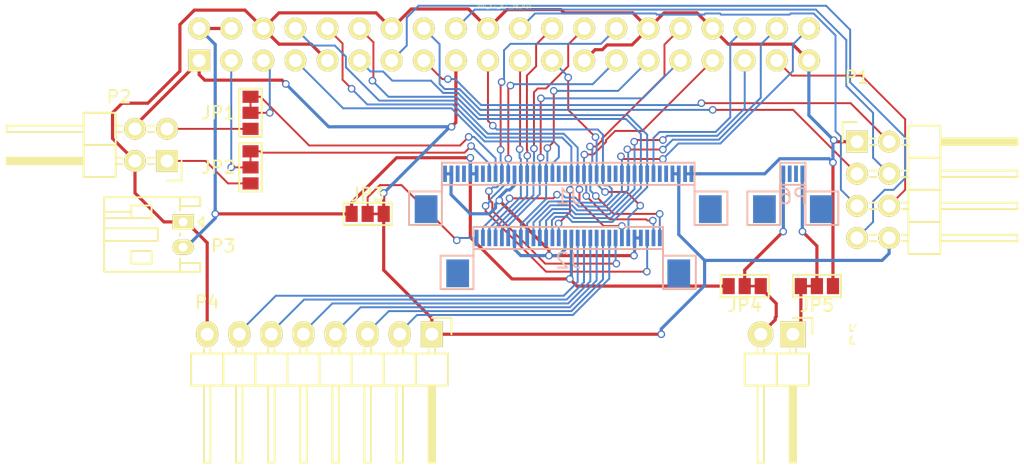
<source format=kicad_pcb>
(kicad_pcb (version 4) (host pcbnew 4.0.4+dfsg1-stable)

  (general
    (links 100)
    (no_connects 2)
    (area 0 0 0 0)
    (thickness 1.6)
    (drawings 0)
    (tracks 702)
    (zones 0)
    (modules 14)
    (nets 54)
  )

  (page A4)
  (layers
    (0 F.Cu signal)
    (31 B.Cu signal)
    (32 B.Adhes user)
    (33 F.Adhes user)
    (34 B.Paste user)
    (35 F.Paste user)
    (36 B.SilkS user)
    (37 F.SilkS user)
    (38 B.Mask user)
    (39 F.Mask user)
    (40 Dwgs.User user)
    (41 Cmts.User user)
    (42 Eco1.User user)
    (43 Eco2.User user)
    (44 Edge.Cuts user)
    (45 Margin user)
    (46 B.CrtYd user)
    (47 F.CrtYd user)
    (48 B.Fab user)
    (49 F.Fab user)
  )

  (setup
    (last_trace_width 0.1524)
    (trace_clearance 0.1524)
    (zone_clearance 0.508)
    (zone_45_only no)
    (trace_min 0.1524)
    (segment_width 0.2)
    (edge_width 0.15)
    (via_size 0.6)
    (via_drill 0.4)
    (via_min_size 0.6)
    (via_min_drill 0.3)
    (uvia_size 0.3)
    (uvia_drill 0.1)
    (uvias_allowed no)
    (uvia_min_size 0)
    (uvia_min_drill 0)
    (pcb_text_width 0.3)
    (pcb_text_size 1.5 1.5)
    (mod_edge_width 0.15)
    (mod_text_size 1 1)
    (mod_text_width 0.15)
    (pad_size 1.524 1.524)
    (pad_drill 0.762)
    (pad_to_mask_clearance 0.2)
    (aux_axis_origin 0 0)
    (visible_elements FFFFFF9F)
    (pcbplotparams
      (layerselection 0x00030_80000001)
      (usegerberextensions false)
      (excludeedgelayer true)
      (linewidth 0.100000)
      (plotframeref false)
      (viasonmask false)
      (mode 1)
      (useauxorigin false)
      (hpglpennumber 1)
      (hpglpenspeed 20)
      (hpglpendiameter 15)
      (hpglpenoverlay 2)
      (psnegative false)
      (psa4output false)
      (plotreference true)
      (plotvalue true)
      (plotinvisibletext false)
      (padsonsilk false)
      (subtractmaskfromsilk false)
      (outputformat 1)
      (mirror false)
      (drillshape 1)
      (scaleselection 1)
      (outputdirectory ""))
  )

  (net 0 "")
  (net 1 GND)
  (net 2 VCC)
  (net 3 /R0)
  (net 4 /R1)
  (net 5 /R2)
  (net 6 /R3)
  (net 7 /R4)
  (net 8 /R5)
  (net 9 /R6)
  (net 10 /R7)
  (net 11 /G0)
  (net 12 /G1)
  (net 13 /G2)
  (net 14 /G3)
  (net 15 /G4)
  (net 16 /G5)
  (net 17 /G6)
  (net 18 /G7)
  (net 19 /B0)
  (net 20 /B1)
  (net 21 /B2)
  (net 22 /B3)
  (net 23 /B4)
  (net 24 /B5)
  (net 25 /B6)
  (net 26 /B7)
  (net 27 /DOTCLK)
  (net 28 /DEN)
  (net 29 /H_SYNC)
  (net 30 /V_SYNC)
  (net 31 "Net-(J1-Pad34)")
  (net 32 +BATT)
  (net 33 "Net-(J1-Pad37)")
  (net 34 "Net-(J1-Pad38)")
  (net 35 "Net-(J2-Pad9)")
  (net 36 "Net-(J2-Pad10)")
  (net 37 "Net-(J2-Pad11)")
  (net 38 "Net-(J2-Pad12)")
  (net 39 "Net-(J2-Pad13)")
  (net 40 "Net-(J2-Pad14)")
  (net 41 /SCL)
  (net 42 /SDA)
  (net 43 "Net-(JP4-Pad1)")
  (net 44 "Net-(JP5-Pad2)")
  (net 45 /GPIO22)
  (net 46 /GPIO23)
  (net 47 /GPIO24)
  (net 48 /GPIO25)
  (net 49 /GPIO26)
  (net 50 /GPIO27)
  (net 51 "Net-(P6-Pad2)")
  (net 52 "Net-(P6-Pad3)")
  (net 53 "Net-(J2-Pad30)")

  (net_class Default "This is the default net class."
    (clearance 0.1524)
    (trace_width 0.1524)
    (via_dia 0.6)
    (via_drill 0.4)
    (uvia_dia 0.3)
    (uvia_drill 0.1)
    (add_net /B0)
    (add_net /B1)
    (add_net /B2)
    (add_net /B3)
    (add_net /B4)
    (add_net /B5)
    (add_net /B6)
    (add_net /B7)
    (add_net /DEN)
    (add_net /DOTCLK)
    (add_net /G0)
    (add_net /G1)
    (add_net /G2)
    (add_net /G3)
    (add_net /G4)
    (add_net /G5)
    (add_net /G6)
    (add_net /G7)
    (add_net /GPIO22)
    (add_net /GPIO23)
    (add_net /GPIO24)
    (add_net /GPIO25)
    (add_net /GPIO26)
    (add_net /GPIO27)
    (add_net /H_SYNC)
    (add_net /R0)
    (add_net /R1)
    (add_net /R2)
    (add_net /R3)
    (add_net /R4)
    (add_net /R5)
    (add_net /R6)
    (add_net /R7)
    (add_net /SCL)
    (add_net /SDA)
    (add_net /V_SYNC)
    (add_net "Net-(J1-Pad34)")
    (add_net "Net-(J1-Pad37)")
    (add_net "Net-(J1-Pad38)")
    (add_net "Net-(J2-Pad10)")
    (add_net "Net-(J2-Pad11)")
    (add_net "Net-(J2-Pad12)")
    (add_net "Net-(J2-Pad13)")
    (add_net "Net-(J2-Pad14)")
    (add_net "Net-(J2-Pad30)")
    (add_net "Net-(J2-Pad9)")
    (add_net "Net-(P6-Pad2)")
    (add_net "Net-(P6-Pad3)")
  )

  (net_class Power ""
    (clearance 0.2)
    (trace_width 0.25)
    (via_dia 0.6)
    (via_drill 0.4)
    (uvia_dia 0.3)
    (uvia_drill 0.1)
    (add_net +BATT)
    (add_net GND)
    (add_net "Net-(JP4-Pad1)")
    (add_net "Net-(JP5-Pad2)")
    (add_net VCC)
  )

  (module hw-rgb-lcd-rpi:z_RPiZero_Hat_NPTH (layer F.Cu) (tedit 565BE842) (tstamp 5825410B)
    (at 148.59 105.41)
    (path /582425ED)
    (fp_text reference U1 (at 0 -14) (layer Cmts.User)
      (effects (font (size 0.2 0.2) (thickness 0.02)))
    )
    (fp_text value RPi_A+_B+_2B_Hat (at 0 -14.5) (layer F.SilkS)
      (effects (font (size 0.3 0.3) (thickness 0.03)))
    )
    (fp_arc (start -29.5 -12) (end -32.5 -12) (angle 90) (layer Dwgs.User) (width 0.05))
    (fp_arc (start -29.5 12) (end -29.5 15) (angle 90) (layer Dwgs.User) (width 0.05))
    (fp_arc (start 29.5 12) (end 32.5 12) (angle 90) (layer Dwgs.User) (width 0.05))
    (fp_arc (start 29.5 -12) (end 29.5 -15) (angle 90) (layer Dwgs.User) (width 0.05))
    (fp_line (start -32.5 -12) (end -32.5 12) (layer Dwgs.User) (width 0.05))
    (fp_line (start 29.5 -15) (end -29.5 -15) (layer Dwgs.User) (width 0.05))
    (fp_line (start 32.5 12) (end 32.5 -12) (layer Dwgs.User) (width 0.05))
    (fp_line (start -29.5 15) (end 29.5 15) (layer Dwgs.User) (width 0.05))
    (pad "" smd circle (at 29 -11.5) (size 6 6) (layers *.Mask))
    (pad "" smd circle (at 29 11.5) (size 6 6) (layers *.Mask))
    (pad "" smd circle (at -29 -11.5) (size 6 6) (layers *.Mask))
    (pad "" np_thru_hole circle (at -29 11.5) (size 2.75 2.75) (drill 2.75) (layers *.Cu *.Mask)
      (solder_paste_margin 0.001))
    (pad "" np_thru_hole circle (at 29 -11.5) (size 2.75 2.75) (drill 2.75) (layers *.Cu *.Mask)
      (solder_paste_margin 0.001))
    (pad "" np_thru_hole circle (at -29 -11.5) (size 2.75 2.75) (drill 2.75) (layers *.Cu *.Mask)
      (solder_paste_margin 0.001))
    (pad "" np_thru_hole circle (at 29 11.5) (size 2.75 2.75) (drill 2.75) (layers *.Cu *.Mask)
      (solder_paste_margin 0.001))
    (pad 1 thru_hole rect (at -24.13 -10.23 180) (size 1.7272 1.7272) (drill 1.016) (layers *.Cu *.Mask F.SilkS)
      (net 2 VCC))
    (pad 2 thru_hole circle (at -24.13 -12.77 180) (size 1.7272 1.7272) (drill 1.016) (layers *.Cu *.Mask F.SilkS)
      (net 32 +BATT))
    (pad 3 thru_hole circle (at -21.59 -10.23 180) (size 1.7272 1.7272) (drill 1.016) (layers *.Cu *.Mask F.SilkS)
      (net 30 /V_SYNC))
    (pad 4 thru_hole circle (at -21.59 -12.77 180) (size 1.7272 1.7272) (drill 1.016) (layers *.Cu *.Mask F.SilkS)
      (net 32 +BATT))
    (pad 5 thru_hole circle (at -19.05 -10.23 180) (size 1.7272 1.7272) (drill 1.016) (layers *.Cu *.Mask F.SilkS)
      (net 29 /H_SYNC))
    (pad 6 thru_hole circle (at -19.05 -12.77 180) (size 1.7272 1.7272) (drill 1.016) (layers *.Cu *.Mask F.SilkS)
      (net 1 GND))
    (pad 7 thru_hole circle (at -16.51 -10.23 180) (size 1.7272 1.7272) (drill 1.016) (layers *.Cu *.Mask F.SilkS)
      (net 21 /B2))
    (pad 8 thru_hole circle (at -16.51 -12.77 180) (size 1.7272 1.7272) (drill 1.016) (layers *.Cu *.Mask F.SilkS)
      (net 17 /G6))
    (pad 9 thru_hole circle (at -13.97 -10.23 180) (size 1.7272 1.7272) (drill 1.016) (layers *.Cu *.Mask F.SilkS)
      (net 1 GND))
    (pad 10 thru_hole circle (at -13.97 -12.77 180) (size 1.7272 1.7272) (drill 1.016) (layers *.Cu *.Mask F.SilkS)
      (net 18 /G7))
    (pad 11 thru_hole circle (at -11.43 -10.23 180) (size 1.7272 1.7272) (drill 1.016) (layers *.Cu *.Mask F.SilkS)
      (net 6 /R3))
    (pad 12 thru_hole circle (at -11.43 -12.77 180) (size 1.7272 1.7272) (drill 1.016) (layers *.Cu *.Mask F.SilkS)
      (net 7 /R4))
    (pad 13 thru_hole circle (at -8.89 -10.23 180) (size 1.7272 1.7272) (drill 1.016) (layers *.Cu *.Mask F.SilkS)
      (net 50 /GPIO27))
    (pad 14 thru_hole circle (at -8.89 -12.77 180) (size 1.7272 1.7272) (drill 1.016) (layers *.Cu *.Mask F.SilkS)
      (net 1 GND))
    (pad 15 thru_hole circle (at -6.35 -10.23 180) (size 1.7272 1.7272) (drill 1.016) (layers *.Cu *.Mask F.SilkS)
      (net 45 /GPIO22))
    (pad 16 thru_hole circle (at -6.35 -12.77 180) (size 1.7272 1.7272) (drill 1.016) (layers *.Cu *.Mask F.SilkS)
      (net 46 /GPIO23))
    (pad 17 thru_hole circle (at -3.81 -10.23 180) (size 1.7272 1.7272) (drill 1.016) (layers *.Cu *.Mask F.SilkS)
      (net 2 VCC))
    (pad 18 thru_hole circle (at -3.81 -12.77 180) (size 1.7272 1.7272) (drill 1.016) (layers *.Cu *.Mask F.SilkS)
      (net 47 /GPIO24))
    (pad 19 thru_hole circle (at -1.27 -10.23 180) (size 1.7272 1.7272) (drill 1.016) (layers *.Cu *.Mask F.SilkS)
      (net 13 /G2))
    (pad 20 thru_hole circle (at -1.27 -12.77 180) (size 1.7272 1.7272) (drill 1.016) (layers *.Cu *.Mask F.SilkS)
      (net 1 GND))
    (pad 21 thru_hole circle (at 1.27 -10.23 180) (size 1.7272 1.7272) (drill 1.016) (layers *.Cu *.Mask F.SilkS)
      (net 26 /B7))
    (pad 22 thru_hole circle (at 1.27 -12.77 180) (size 1.7272 1.7272) (drill 1.016) (layers *.Cu *.Mask F.SilkS)
      (net 48 /GPIO25))
    (pad 23 thru_hole circle (at 3.81 -10.23 180) (size 1.7272 1.7272) (drill 1.016) (layers *.Cu *.Mask F.SilkS)
      (net 14 /G3))
    (pad 24 thru_hole circle (at 3.81 -12.77 180) (size 1.7272 1.7272) (drill 1.016) (layers *.Cu *.Mask F.SilkS)
      (net 25 /B6))
    (pad 25 thru_hole circle (at 6.35 -10.23 180) (size 1.7272 1.7272) (drill 1.016) (layers *.Cu *.Mask F.SilkS)
      (net 1 GND))
    (pad 26 thru_hole circle (at 6.35 -12.77 180) (size 1.7272 1.7272) (drill 1.016) (layers *.Cu *.Mask F.SilkS)
      (net 24 /B5))
    (pad 27 thru_hole circle (at 8.89 -10.23 180) (size 1.7272 1.7272) (drill 1.016) (layers *.Cu *.Mask F.SilkS)
      (net 27 /DOTCLK))
    (pad 28 thru_hole circle (at 8.89 -12.77 180) (size 1.7272 1.7272) (drill 1.016) (layers *.Cu *.Mask F.SilkS)
      (net 28 /DEN))
    (pad 29 thru_hole circle (at 11.43 -10.23 180) (size 1.7272 1.7272) (drill 1.016) (layers *.Cu *.Mask F.SilkS)
      (net 22 /B3))
    (pad 30 thru_hole circle (at 11.43 -12.77 180) (size 1.7272 1.7272) (drill 1.016) (layers *.Cu *.Mask F.SilkS)
      (net 1 GND))
    (pad 31 thru_hole circle (at 13.97 -10.23 180) (size 1.7272 1.7272) (drill 1.016) (layers *.Cu *.Mask F.SilkS)
      (net 23 /B4))
    (pad 32 thru_hole circle (at 13.97 -12.77 180) (size 1.7272 1.7272) (drill 1.016) (layers *.Cu *.Mask F.SilkS)
      (net 15 /G4))
    (pad 33 thru_hole circle (at 16.51 -10.23 180) (size 1.7272 1.7272) (drill 1.016) (layers *.Cu *.Mask F.SilkS)
      (net 16 /G5))
    (pad 34 thru_hole circle (at 16.51 -12.77 180) (size 1.7272 1.7272) (drill 1.016) (layers *.Cu *.Mask F.SilkS)
      (net 1 GND))
    (pad 35 thru_hole circle (at 19.05 -10.23 180) (size 1.7272 1.7272) (drill 1.016) (layers *.Cu *.Mask F.SilkS)
      (net 8 /R5))
    (pad 36 thru_hole circle (at 19.05 -12.77 180) (size 1.7272 1.7272) (drill 1.016) (layers *.Cu *.Mask F.SilkS)
      (net 5 /R2))
    (pad 37 thru_hole circle (at 21.59 -10.23 180) (size 1.7272 1.7272) (drill 1.016) (layers *.Cu *.Mask F.SilkS)
      (net 49 /GPIO26))
    (pad 38 thru_hole circle (at 21.59 -12.77 180) (size 1.7272 1.7272) (drill 1.016) (layers *.Cu *.Mask F.SilkS)
      (net 9 /R6))
    (pad 39 thru_hole circle (at 24.13 -10.23 180) (size 1.7272 1.7272) (drill 1.016) (layers *.Cu *.Mask F.SilkS)
      (net 1 GND))
    (pad 40 thru_hole circle (at 24.13 -12.77 180) (size 1.7272 1.7272) (drill 1.016) (layers *.Cu *.Mask F.SilkS)
      (net 10 /R7))
    (pad "" smd circle (at -29 11.5) (size 6 6) (layers *.Mask))
  )

  (module hw-rgb-lcd-rpi:FPC_30 (layer B.Cu) (tedit 0) (tstamp 5825407E)
    (at 153.67 109.22 180)
    (path /58243447)
    (fp_text reference J2 (at 0 -1.8 180) (layer B.SilkS)
      (effects (font (size 1.2 1.2) (thickness 0.15)) (justify mirror))
    )
    (fp_text value minilaptop-lcd (at 0 -3.15 180) (layer B.Fab)
      (effects (font (size 1.2 1.2) (thickness 0.15)) (justify mirror))
    )
    (fp_line (start -7.5 0.875) (end 7.5 0.875) (layer B.SilkS) (width 0.15))
    (fp_line (start -7.5 -0.875) (end 7.5 -0.875) (layer B.SilkS) (width 0.15))
    (fp_line (start -7.5 -0.875) (end -7.5 -4.05) (layer B.SilkS) (width 0.15))
    (fp_line (start 7.5 -0.875) (end 7.5 -4.05) (layer B.SilkS) (width 0.15))
    (fp_line (start -7.5 -4.05) (end -10.1 -4.05) (layer B.SilkS) (width 0.15))
    (fp_line (start 7.5 -4.05) (end 10.1 -4.05) (layer B.SilkS) (width 0.15))
    (fp_line (start -10.1 -4.05) (end -10.1 -1.4) (layer B.SilkS) (width 0.15))
    (fp_line (start 10.1 -4.05) (end 10.1 -1.4) (layer B.SilkS) (width 0.15))
    (fp_line (start -10.1 -1.4) (end -7.5 -1.4) (layer B.SilkS) (width 0.15))
    (fp_line (start 10.1 -1.4) (end 7.5 -1.4) (layer B.SilkS) (width 0.15))
    (fp_line (start -7.5 -1.4) (end -7.5 0.875) (layer B.SilkS) (width 0.15))
    (fp_line (start 7.5 -1.4) (end 7.5 0.875) (layer B.SilkS) (width 0.15))
    (pad 1 smd rect (at -7.25 0 180) (size 0.3 1.3) (layers B.Cu B.Paste B.Mask)
      (net 15 /G4))
    (pad 2 smd rect (at -6.75 0 180) (size 0.3 1.3) (layers B.Cu B.Paste B.Mask)
      (net 16 /G5))
    (pad 3 smd rect (at -6.25 0 180) (size 0.3 1.3) (layers B.Cu B.Paste B.Mask)
      (net 27 /DOTCLK))
    (pad 4 smd rect (at -5.75 0 180) (size 0.3 1.3) (layers B.Cu B.Paste B.Mask)
      (net 1 GND))
    (pad 5 smd rect (at -5.25 0 180) (size 0.3 1.3) (layers B.Cu B.Paste B.Mask)
      (net 1 GND))
    (pad 6 smd rect (at -4.75 0 180) (size 0.3 1.3) (layers B.Cu B.Paste B.Mask)
      (net 14 /G3))
    (pad 7 smd rect (at -4.25 0 180) (size 0.3 1.3) (layers B.Cu B.Paste B.Mask)
      (net 17 /G6))
    (pad 8 smd rect (at -3.75 0 180) (size 0.3 1.3) (layers B.Cu B.Paste B.Mask)
      (net 28 /DEN))
    (pad 9 smd rect (at -3.25 0 180) (size 0.3 1.3) (layers B.Cu B.Paste B.Mask)
      (net 35 "Net-(J2-Pad9)"))
    (pad 10 smd rect (at -2.75 0 180) (size 0.3 1.3) (layers B.Cu B.Paste B.Mask)
      (net 36 "Net-(J2-Pad10)"))
    (pad 11 smd rect (at -2.25 0 180) (size 0.3 1.3) (layers B.Cu B.Paste B.Mask)
      (net 37 "Net-(J2-Pad11)"))
    (pad 12 smd rect (at -1.75 0 180) (size 0.3 1.3) (layers B.Cu B.Paste B.Mask)
      (net 38 "Net-(J2-Pad12)"))
    (pad 13 smd rect (at -1.25 0 180) (size 0.3 1.3) (layers B.Cu B.Paste B.Mask)
      (net 39 "Net-(J2-Pad13)"))
    (pad 14 smd rect (at -0.75 0 180) (size 0.3 1.3) (layers B.Cu B.Paste B.Mask)
      (net 40 "Net-(J2-Pad14)"))
    (pad 15 smd rect (at -0.25 0 180) (size 0.3 1.3) (layers B.Cu B.Paste B.Mask)
      (net 32 +BATT))
    (pad 16 smd rect (at 0.25 0 180) (size 0.3 1.3) (layers B.Cu B.Paste B.Mask)
      (net 1 GND))
    (pad 17 smd rect (at 0.75 0 180) (size 0.3 1.3) (layers B.Cu B.Paste B.Mask)
      (net 18 /G7))
    (pad 18 smd rect (at 1.25 0 180) (size 0.3 1.3) (layers B.Cu B.Paste B.Mask)
      (net 6 /R3))
    (pad 19 smd rect (at 1.75 0 180) (size 0.3 1.3) (layers B.Cu B.Paste B.Mask)
      (net 7 /R4))
    (pad 20 smd rect (at 2.25 0 180) (size 0.3 1.3) (layers B.Cu B.Paste B.Mask)
      (net 8 /R5))
    (pad 21 smd rect (at 2.75 0 180) (size 0.3 1.3) (layers B.Cu B.Paste B.Mask)
      (net 9 /R6))
    (pad 22 smd rect (at 3.25 0 180) (size 0.3 1.3) (layers B.Cu B.Paste B.Mask)
      (net 10 /R7))
    (pad 23 smd rect (at 3.75 0 180) (size 0.3 1.3) (layers B.Cu B.Paste B.Mask)
      (net 22 /B3))
    (pad 24 smd rect (at 4.25 0 180) (size 0.3 1.3) (layers B.Cu B.Paste B.Mask)
      (net 1 GND))
    (pad 25 smd rect (at 4.75 0 180) (size 0.3 1.3) (layers B.Cu B.Paste B.Mask)
      (net 23 /B4))
    (pad 26 smd rect (at 5.25 0 180) (size 0.3 1.3) (layers B.Cu B.Paste B.Mask)
      (net 24 /B5))
    (pad 27 smd rect (at 5.75 0 180) (size 0.3 1.3) (layers B.Cu B.Paste B.Mask)
      (net 25 /B6))
    (pad 28 smd rect (at 6.25 0 180) (size 0.3 1.3) (layers B.Cu B.Paste B.Mask)
      (net 26 /B7))
    (pad 29 smd rect (at 6.75 0 180) (size 0.3 1.3) (layers B.Cu B.Paste B.Mask)
      (net 13 /G2))
    (pad 30 smd rect (at 7.25 0 180) (size 0.3 1.3) (layers B.Cu B.Paste B.Mask)
      (net 53 "Net-(J2-Pad30)"))
    (pad 0 smd rect (at -8.75 -2.8 180) (size 1.8 2.2) (layers B.Cu B.Paste B.Mask))
    (pad 0 smd rect (at 8.75 -2.8 180) (size 1.8 2.2) (layers B.Cu B.Paste B.Mask))
  )

  (module hw-rgb-lcd-rpi:FPC_40 (layer B.Cu) (tedit 0) (tstamp 5825404E)
    (at 153.67 104.14 180)
    (path /58242F83)
    (fp_text reference J1 (at 0 -1.8 180) (layer B.SilkS)
      (effects (font (size 1.2 1.2) (thickness 0.15)) (justify mirror))
    )
    (fp_text value lq043t1dg03 (at 0 -3.15 180) (layer B.Fab)
      (effects (font (size 1.2 1.2) (thickness 0.15)) (justify mirror))
    )
    (fp_line (start -10 0.875) (end 10 0.875) (layer B.SilkS) (width 0.15))
    (fp_line (start -10 -0.875) (end 10 -0.875) (layer B.SilkS) (width 0.15))
    (fp_line (start -10 -0.875) (end -10 -4.05) (layer B.SilkS) (width 0.15))
    (fp_line (start 10 -0.875) (end 10 -4.05) (layer B.SilkS) (width 0.15))
    (fp_line (start -10 -4.05) (end -12.6 -4.05) (layer B.SilkS) (width 0.15))
    (fp_line (start 10 -4.05) (end 12.6 -4.05) (layer B.SilkS) (width 0.15))
    (fp_line (start -12.6 -4.05) (end -12.6 -1.4) (layer B.SilkS) (width 0.15))
    (fp_line (start 12.6 -4.05) (end 12.6 -1.4) (layer B.SilkS) (width 0.15))
    (fp_line (start -12.6 -1.4) (end -10 -1.4) (layer B.SilkS) (width 0.15))
    (fp_line (start 12.6 -1.4) (end 10 -1.4) (layer B.SilkS) (width 0.15))
    (fp_line (start -10 -1.4) (end -10 0.875) (layer B.SilkS) (width 0.15))
    (fp_line (start 10 -1.4) (end 10 0.875) (layer B.SilkS) (width 0.15))
    (pad 1 smd rect (at -9.75 0 180) (size 0.3 1.3) (layers B.Cu B.Paste B.Mask)
      (net 1 GND))
    (pad 2 smd rect (at -9.25 0 180) (size 0.3 1.3) (layers B.Cu B.Paste B.Mask)
      (net 1 GND))
    (pad 3 smd rect (at -8.75 0 180) (size 0.3 1.3) (layers B.Cu B.Paste B.Mask)
      (net 2 VCC))
    (pad 4 smd rect (at -8.25 0 180) (size 0.3 1.3) (layers B.Cu B.Paste B.Mask)
      (net 2 VCC))
    (pad 5 smd rect (at -7.75 0 180) (size 0.3 1.3) (layers B.Cu B.Paste B.Mask)
      (net 3 /R0))
    (pad 6 smd rect (at -7.25 0 180) (size 0.3 1.3) (layers B.Cu B.Paste B.Mask)
      (net 4 /R1))
    (pad 7 smd rect (at -6.75 0 180) (size 0.3 1.3) (layers B.Cu B.Paste B.Mask)
      (net 5 /R2))
    (pad 8 smd rect (at -6.25 0 180) (size 0.3 1.3) (layers B.Cu B.Paste B.Mask)
      (net 6 /R3))
    (pad 9 smd rect (at -5.75 0 180) (size 0.3 1.3) (layers B.Cu B.Paste B.Mask)
      (net 7 /R4))
    (pad 10 smd rect (at -5.25 0 180) (size 0.3 1.3) (layers B.Cu B.Paste B.Mask)
      (net 8 /R5))
    (pad 11 smd rect (at -4.75 0 180) (size 0.3 1.3) (layers B.Cu B.Paste B.Mask)
      (net 9 /R6))
    (pad 12 smd rect (at -4.25 0 180) (size 0.3 1.3) (layers B.Cu B.Paste B.Mask)
      (net 10 /R7))
    (pad 13 smd rect (at -3.75 0 180) (size 0.3 1.3) (layers B.Cu B.Paste B.Mask)
      (net 11 /G0))
    (pad 14 smd rect (at -3.25 0 180) (size 0.3 1.3) (layers B.Cu B.Paste B.Mask)
      (net 12 /G1))
    (pad 15 smd rect (at -2.75 0 180) (size 0.3 1.3) (layers B.Cu B.Paste B.Mask)
      (net 13 /G2))
    (pad 16 smd rect (at -2.25 0 180) (size 0.3 1.3) (layers B.Cu B.Paste B.Mask)
      (net 14 /G3))
    (pad 17 smd rect (at -1.75 0 180) (size 0.3 1.3) (layers B.Cu B.Paste B.Mask)
      (net 15 /G4))
    (pad 18 smd rect (at -1.25 0 180) (size 0.3 1.3) (layers B.Cu B.Paste B.Mask)
      (net 16 /G5))
    (pad 19 smd rect (at -0.75 0 180) (size 0.3 1.3) (layers B.Cu B.Paste B.Mask)
      (net 17 /G6))
    (pad 20 smd rect (at -0.25 0 180) (size 0.3 1.3) (layers B.Cu B.Paste B.Mask)
      (net 18 /G7))
    (pad 21 smd rect (at 0.25 0 180) (size 0.3 1.3) (layers B.Cu B.Paste B.Mask)
      (net 19 /B0))
    (pad 22 smd rect (at 0.75 0 180) (size 0.3 1.3) (layers B.Cu B.Paste B.Mask)
      (net 20 /B1))
    (pad 23 smd rect (at 1.25 0 180) (size 0.3 1.3) (layers B.Cu B.Paste B.Mask)
      (net 21 /B2))
    (pad 24 smd rect (at 1.75 0 180) (size 0.3 1.3) (layers B.Cu B.Paste B.Mask)
      (net 22 /B3))
    (pad 25 smd rect (at 2.25 0 180) (size 0.3 1.3) (layers B.Cu B.Paste B.Mask)
      (net 23 /B4))
    (pad 26 smd rect (at 2.75 0 180) (size 0.3 1.3) (layers B.Cu B.Paste B.Mask)
      (net 24 /B5))
    (pad 27 smd rect (at 3.25 0 180) (size 0.3 1.3) (layers B.Cu B.Paste B.Mask)
      (net 25 /B6))
    (pad 28 smd rect (at 3.75 0 180) (size 0.3 1.3) (layers B.Cu B.Paste B.Mask)
      (net 26 /B7))
    (pad 29 smd rect (at 4.25 0 180) (size 0.3 1.3) (layers B.Cu B.Paste B.Mask)
      (net 1 GND))
    (pad 30 smd rect (at 4.75 0 180) (size 0.3 1.3) (layers B.Cu B.Paste B.Mask)
      (net 27 /DOTCLK))
    (pad 31 smd rect (at 5.25 0 180) (size 0.3 1.3) (layers B.Cu B.Paste B.Mask)
      (net 28 /DEN))
    (pad 32 smd rect (at 5.75 0 180) (size 0.3 1.3) (layers B.Cu B.Paste B.Mask)
      (net 29 /H_SYNC))
    (pad 33 smd rect (at 6.25 0 180) (size 0.3 1.3) (layers B.Cu B.Paste B.Mask)
      (net 30 /V_SYNC))
    (pad 34 smd rect (at 6.75 0 180) (size 0.3 1.3) (layers B.Cu B.Paste B.Mask)
      (net 31 "Net-(J1-Pad34)"))
    (pad 35 smd rect (at 7.25 0 180) (size 0.3 1.3) (layers B.Cu B.Paste B.Mask)
      (net 32 +BATT))
    (pad 36 smd rect (at 7.75 0 180) (size 0.3 1.3) (layers B.Cu B.Paste B.Mask)
      (net 32 +BATT))
    (pad 37 smd rect (at 8.25 0 180) (size 0.3 1.3) (layers B.Cu B.Paste B.Mask)
      (net 33 "Net-(J1-Pad37)"))
    (pad 38 smd rect (at 8.75 0 180) (size 0.3 1.3) (layers B.Cu B.Paste B.Mask)
      (net 34 "Net-(J1-Pad38)"))
    (pad 39 smd rect (at 9.25 0 180) (size 0.3 1.3) (layers B.Cu B.Paste B.Mask)
      (net 1 GND))
    (pad 40 smd rect (at 9.75 0 180) (size 0.3 1.3) (layers B.Cu B.Paste B.Mask)
      (net 1 GND))
    (pad 0 smd rect (at -11.25 -2.8 180) (size 1.8 2.2) (layers B.Cu B.Paste B.Mask))
    (pad 0 smd rect (at 11.25 -2.8 180) (size 1.8 2.2) (layers B.Cu B.Paste B.Mask))
  )

  (module Connect:GS3 (layer F.Cu) (tedit 58254621) (tstamp 5825409A)
    (at 167.64 113.03 270)
    (descr "Pontet Goute de soudure")
    (path /58257D1A)
    (attr virtual)
    (fp_text reference JP4 (at 1.524 0 360) (layer F.SilkS)
      (effects (font (size 1 1) (thickness 0.15)))
    )
    (fp_text value J_LED+ (at -1.905 0 360) (layer F.Fab)
      (effects (font (size 1 1) (thickness 0.15)))
    )
    (fp_line (start -0.889 -1.905) (end -0.889 1.905) (layer F.SilkS) (width 0.15))
    (fp_line (start -0.889 1.905) (end 0.889 1.905) (layer F.SilkS) (width 0.15))
    (fp_line (start 0.889 1.905) (end 0.889 -1.905) (layer F.SilkS) (width 0.15))
    (fp_line (start -0.889 -1.905) (end 0.889 -1.905) (layer F.SilkS) (width 0.15))
    (pad 1 smd rect (at 0 -1.27 270) (size 1.27 0.9652) (layers F.Cu F.Paste F.Mask)
      (net 43 "Net-(JP4-Pad1)"))
    (pad 2 smd rect (at 0 0 270) (size 1.27 0.9652) (layers F.Cu F.Paste F.Mask)
      (net 43 "Net-(JP4-Pad1)"))
    (pad 3 smd rect (at 0 1.27 270) (size 1.27 0.9652) (layers F.Cu F.Paste F.Mask)
      (net 32 +BATT))
  )

  (module Connect:GS3 (layer F.Cu) (tedit 58254E90) (tstamp 58254085)
    (at 128.524 99.314 180)
    (descr "Pontet Goute de soudure")
    (path /5825357F)
    (attr virtual)
    (fp_text reference JP1 (at 2.54 0 360) (layer F.SilkS)
      (effects (font (size 1 1) (thickness 0.15)))
    )
    (fp_text value J_HSYNC (at -4.445 0 360) (layer F.Fab)
      (effects (font (size 1 1) (thickness 0.15)))
    )
    (fp_line (start -0.889 -1.905) (end -0.889 1.905) (layer F.SilkS) (width 0.15))
    (fp_line (start -0.889 1.905) (end 0.889 1.905) (layer F.SilkS) (width 0.15))
    (fp_line (start 0.889 1.905) (end 0.889 -1.905) (layer F.SilkS) (width 0.15))
    (fp_line (start -0.889 -1.905) (end 0.889 -1.905) (layer F.SilkS) (width 0.15))
    (pad 1 smd rect (at 0 -1.27 180) (size 1.27 0.9652) (layers F.Cu F.Paste F.Mask)
      (net 41 /SCL))
    (pad 2 smd rect (at 0 0 180) (size 1.27 0.9652) (layers F.Cu F.Paste F.Mask)
      (net 29 /H_SYNC))
    (pad 3 smd rect (at 0 1.27 180) (size 1.27 0.9652) (layers F.Cu F.Paste F.Mask)
      (net 29 /H_SYNC))
  )

  (module Connect:GS3 (layer F.Cu) (tedit 58254E8A) (tstamp 5825408C)
    (at 128.524 103.632)
    (descr "Pontet Goute de soudure")
    (path /58253022)
    (attr virtual)
    (fp_text reference JP2 (at -2.54 0 180) (layer F.SilkS)
      (effects (font (size 1 1) (thickness 0.15)))
    )
    (fp_text value J_VSYNC (at 4.445 0 180) (layer F.Fab)
      (effects (font (size 1 1) (thickness 0.15)))
    )
    (fp_line (start -0.889 -1.905) (end -0.889 1.905) (layer F.SilkS) (width 0.15))
    (fp_line (start -0.889 1.905) (end 0.889 1.905) (layer F.SilkS) (width 0.15))
    (fp_line (start 0.889 1.905) (end 0.889 -1.905) (layer F.SilkS) (width 0.15))
    (fp_line (start -0.889 -1.905) (end 0.889 -1.905) (layer F.SilkS) (width 0.15))
    (pad 1 smd rect (at 0 -1.27) (size 1.27 0.9652) (layers F.Cu F.Paste F.Mask)
      (net 30 /V_SYNC))
    (pad 2 smd rect (at 0 0) (size 1.27 0.9652) (layers F.Cu F.Paste F.Mask)
      (net 30 /V_SYNC))
    (pad 3 smd rect (at 0 1.27) (size 1.27 0.9652) (layers F.Cu F.Paste F.Mask)
      (net 42 /SDA))
  )

  (module Connect:GS3 (layer F.Cu) (tedit 58254B8F) (tstamp 58254093)
    (at 137.795 107.315 90)
    (descr "Pontet Goute de soudure")
    (path /58243D0E)
    (attr virtual)
    (fp_text reference JP3 (at 1.524 0 180) (layer F.SilkS)
      (effects (font (size 1 1) (thickness 0.15)))
    )
    (fp_text value 3v3_5v (at -1.905 0 180) (layer F.Fab)
      (effects (font (size 1 1) (thickness 0.15)))
    )
    (fp_line (start -0.889 -1.905) (end -0.889 1.905) (layer F.SilkS) (width 0.15))
    (fp_line (start -0.889 1.905) (end 0.889 1.905) (layer F.SilkS) (width 0.15))
    (fp_line (start 0.889 1.905) (end 0.889 -1.905) (layer F.SilkS) (width 0.15))
    (fp_line (start -0.889 -1.905) (end 0.889 -1.905) (layer F.SilkS) (width 0.15))
    (pad 1 smd rect (at 0 -1.27 90) (size 1.27 0.9652) (layers F.Cu F.Paste F.Mask)
      (net 32 +BATT))
    (pad 2 smd rect (at 0 0 90) (size 1.27 0.9652) (layers F.Cu F.Paste F.Mask)
      (net 53 "Net-(J2-Pad30)"))
    (pad 3 smd rect (at 0 1.27 90) (size 1.27 0.9652) (layers F.Cu F.Paste F.Mask)
      (net 2 VCC))
  )

  (module Connect:GS3 (layer F.Cu) (tedit 58254626) (tstamp 582540A1)
    (at 173.355 113.03 270)
    (descr "Pontet Goute de soudure")
    (path /58257B49)
    (attr virtual)
    (fp_text reference JP5 (at 1.524 0 360) (layer F.SilkS)
      (effects (font (size 1 1) (thickness 0.15)))
    )
    (fp_text value J_LED- (at -1.905 0 360) (layer F.Fab)
      (effects (font (size 1 1) (thickness 0.15)))
    )
    (fp_line (start -0.889 -1.905) (end -0.889 1.905) (layer F.SilkS) (width 0.15))
    (fp_line (start -0.889 1.905) (end 0.889 1.905) (layer F.SilkS) (width 0.15))
    (fp_line (start 0.889 1.905) (end 0.889 -1.905) (layer F.SilkS) (width 0.15))
    (fp_line (start -0.889 -1.905) (end 0.889 -1.905) (layer F.SilkS) (width 0.15))
    (pad 1 smd rect (at 0 -1.27 270) (size 1.27 0.9652) (layers F.Cu F.Paste F.Mask)
      (net 1 GND))
    (pad 2 smd rect (at 0 0 270) (size 1.27 0.9652) (layers F.Cu F.Paste F.Mask)
      (net 44 "Net-(JP5-Pad2)"))
    (pad 3 smd rect (at 0 1.27 270) (size 1.27 0.9652) (layers F.Cu F.Paste F.Mask)
      (net 44 "Net-(JP5-Pad2)"))
  )

  (module Connectors_JST:JST_PH_S2B-PH-K_02x2.00mm_Angled (layer F.Cu) (tedit 582546E8) (tstamp 582540BB)
    (at 123.19 107.95 270)
    (descr http://www.jst-mfg.com/product/pdf/eng/ePH.pdf)
    (tags "connector jst ph")
    (path /58255953)
    (fp_text reference P3 (at 1.905 -3.175 360) (layer F.SilkS)
      (effects (font (size 1 1) (thickness 0.15)))
    )
    (fp_text value BATT (at 3.81 -3.81 360) (layer F.Fab)
      (effects (font (size 1 1) (thickness 0.15)))
    )
    (fp_line (start 0.5 6.25) (end 0.5 2) (layer F.SilkS) (width 0.15))
    (fp_line (start 0.5 2) (end 1.5 2) (layer F.SilkS) (width 0.15))
    (fp_line (start 1.5 2) (end 1.5 6.25) (layer F.SilkS) (width 0.15))
    (fp_line (start -0.9 0.25) (end -1.25 0.25) (layer F.SilkS) (width 0.15))
    (fp_line (start -1.25 0.25) (end -1.25 -1.35) (layer F.SilkS) (width 0.15))
    (fp_line (start -1.25 -1.35) (end -1.95 -1.35) (layer F.SilkS) (width 0.15))
    (fp_line (start -1.95 -1.35) (end -1.95 6.25) (layer F.SilkS) (width 0.15))
    (fp_line (start -1.95 6.25) (end 3.95 6.25) (layer F.SilkS) (width 0.15))
    (fp_line (start 3.95 6.25) (end 3.95 -1.35) (layer F.SilkS) (width 0.15))
    (fp_line (start 3.95 -1.35) (end 3.25 -1.35) (layer F.SilkS) (width 0.15))
    (fp_line (start 3.25 -1.35) (end 3.25 0.25) (layer F.SilkS) (width 0.15))
    (fp_line (start 3.25 0.25) (end 2.9 0.25) (layer F.SilkS) (width 0.15))
    (fp_line (start 0 -1.2) (end -0.4 -1.6) (layer F.SilkS) (width 0.15))
    (fp_line (start -0.4 -1.6) (end 0.4 -1.6) (layer F.SilkS) (width 0.15))
    (fp_line (start 0.4 -1.6) (end 0 -1.2) (layer F.SilkS) (width 0.15))
    (fp_line (start -1.95 0.25) (end -1.25 0.25) (layer F.SilkS) (width 0.15))
    (fp_line (start 3.95 0.25) (end 3.25 0.25) (layer F.SilkS) (width 0.15))
    (fp_line (start -1.3 2.5) (end -1.3 4.1) (layer F.SilkS) (width 0.15))
    (fp_line (start -1.3 4.1) (end -0.3 4.1) (layer F.SilkS) (width 0.15))
    (fp_line (start -0.3 4.1) (end -0.3 2.5) (layer F.SilkS) (width 0.15))
    (fp_line (start -0.3 2.5) (end -1.3 2.5) (layer F.SilkS) (width 0.15))
    (fp_line (start 3.3 2.5) (end 3.3 4.1) (layer F.SilkS) (width 0.15))
    (fp_line (start 3.3 4.1) (end 2.3 4.1) (layer F.SilkS) (width 0.15))
    (fp_line (start 2.3 4.1) (end 2.3 2.5) (layer F.SilkS) (width 0.15))
    (fp_line (start 2.3 2.5) (end 3.3 2.5) (layer F.SilkS) (width 0.15))
    (fp_line (start -0.3 4.1) (end -0.3 6.25) (layer F.SilkS) (width 0.15))
    (fp_line (start -0.8 4.1) (end -0.8 6.25) (layer F.SilkS) (width 0.15))
    (fp_line (start 0.9 0.25) (end 1.1 0.25) (layer F.SilkS) (width 0.15))
    (fp_line (start -2.45 6.75) (end -2.45 -1.85) (layer F.CrtYd) (width 0.05))
    (fp_line (start -2.45 -1.85) (end 4.45 -1.85) (layer F.CrtYd) (width 0.05))
    (fp_line (start 4.45 -1.85) (end 4.45 6.75) (layer F.CrtYd) (width 0.05))
    (fp_line (start 4.45 6.75) (end -2.45 6.75) (layer F.CrtYd) (width 0.05))
    (pad 1 thru_hole rect (at 0 0 270) (size 1.2 1.7) (drill 0.7) (layers *.Cu *.Mask F.SilkS)
      (net 1 GND))
    (pad 2 thru_hole oval (at 2 0 270) (size 1.2 1.7) (drill 0.7) (layers *.Cu *.Mask F.SilkS)
      (net 32 +BATT))
  )

  (module Pin_Headers:Pin_Header_Angled_1x02 (layer F.Cu) (tedit 582545FF) (tstamp 582540CF)
    (at 171.45 116.84 270)
    (descr "Through hole pin header")
    (tags "pin header")
    (path /582580E2)
    (fp_text reference P5 (at 0 -5.1 270) (layer F.SilkS)
      (effects (font (size 1 1) (thickness 0.15)))
    )
    (fp_text value P_LED (at 2.54 1.27 540) (layer F.Fab)
      (effects (font (size 1 1) (thickness 0.15)))
    )
    (fp_line (start -1.5 -1.75) (end -1.5 4.3) (layer F.CrtYd) (width 0.05))
    (fp_line (start 10.65 -1.75) (end 10.65 4.3) (layer F.CrtYd) (width 0.05))
    (fp_line (start -1.5 -1.75) (end 10.65 -1.75) (layer F.CrtYd) (width 0.05))
    (fp_line (start -1.5 4.3) (end 10.65 4.3) (layer F.CrtYd) (width 0.05))
    (fp_line (start -1.3 -1.55) (end -1.3 0) (layer F.SilkS) (width 0.15))
    (fp_line (start 0 -1.55) (end -1.3 -1.55) (layer F.SilkS) (width 0.15))
    (fp_line (start 4.191 -0.127) (end 10.033 -0.127) (layer F.SilkS) (width 0.15))
    (fp_line (start 10.033 -0.127) (end 10.033 0.127) (layer F.SilkS) (width 0.15))
    (fp_line (start 10.033 0.127) (end 4.191 0.127) (layer F.SilkS) (width 0.15))
    (fp_line (start 4.191 0.127) (end 4.191 0) (layer F.SilkS) (width 0.15))
    (fp_line (start 4.191 0) (end 10.033 0) (layer F.SilkS) (width 0.15))
    (fp_line (start 1.524 -0.254) (end 1.143 -0.254) (layer F.SilkS) (width 0.15))
    (fp_line (start 1.524 0.254) (end 1.143 0.254) (layer F.SilkS) (width 0.15))
    (fp_line (start 1.524 2.286) (end 1.143 2.286) (layer F.SilkS) (width 0.15))
    (fp_line (start 1.524 2.794) (end 1.143 2.794) (layer F.SilkS) (width 0.15))
    (fp_line (start 1.524 -1.27) (end 4.064 -1.27) (layer F.SilkS) (width 0.15))
    (fp_line (start 1.524 1.27) (end 4.064 1.27) (layer F.SilkS) (width 0.15))
    (fp_line (start 1.524 1.27) (end 1.524 3.81) (layer F.SilkS) (width 0.15))
    (fp_line (start 1.524 3.81) (end 4.064 3.81) (layer F.SilkS) (width 0.15))
    (fp_line (start 4.064 2.286) (end 10.16 2.286) (layer F.SilkS) (width 0.15))
    (fp_line (start 10.16 2.286) (end 10.16 2.794) (layer F.SilkS) (width 0.15))
    (fp_line (start 10.16 2.794) (end 4.064 2.794) (layer F.SilkS) (width 0.15))
    (fp_line (start 4.064 3.81) (end 4.064 1.27) (layer F.SilkS) (width 0.15))
    (fp_line (start 4.064 1.27) (end 4.064 -1.27) (layer F.SilkS) (width 0.15))
    (fp_line (start 10.16 0.254) (end 4.064 0.254) (layer F.SilkS) (width 0.15))
    (fp_line (start 10.16 -0.254) (end 10.16 0.254) (layer F.SilkS) (width 0.15))
    (fp_line (start 4.064 -0.254) (end 10.16 -0.254) (layer F.SilkS) (width 0.15))
    (fp_line (start 1.524 1.27) (end 4.064 1.27) (layer F.SilkS) (width 0.15))
    (fp_line (start 1.524 -1.27) (end 1.524 1.27) (layer F.SilkS) (width 0.15))
    (pad 1 thru_hole rect (at 0 0 270) (size 2.032 2.032) (drill 1.016) (layers *.Cu *.Mask F.SilkS)
      (net 44 "Net-(JP5-Pad2)"))
    (pad 2 thru_hole oval (at 0 2.54 270) (size 2.032 2.032) (drill 1.016) (layers *.Cu *.Mask F.SilkS)
      (net 43 "Net-(JP4-Pad1)"))
    (model Pin_Headers.3dshapes/Pin_Header_Angled_1x02.wrl
      (at (xyz 0 -0.05 0))
      (scale (xyz 1 1 1))
      (rotate (xyz 0 0 90))
    )
  )

  (module Pin_Headers:Pin_Header_Angled_2x04 (layer F.Cu) (tedit 54EA0233) (tstamp 5825442C)
    (at 176.53 101.6)
    (descr "Through hole pin header")
    (tags "pin header")
    (path /58255CF3)
    (fp_text reference P1 (at 0 -5.1) (layer F.SilkS)
      (effects (font (size 1 1) (thickness 0.15)))
    )
    (fp_text value GPIO (at 0 -3.1) (layer F.Fab)
      (effects (font (size 1 1) (thickness 0.15)))
    )
    (fp_line (start 0 -1.55) (end -1.15 -1.55) (layer F.SilkS) (width 0.15))
    (fp_line (start -1.15 -1.55) (end -1.15 0) (layer F.SilkS) (width 0.15))
    (fp_line (start -1.35 -1.75) (end -1.35 9.4) (layer F.CrtYd) (width 0.05))
    (fp_line (start 13.2 -1.75) (end 13.2 9.4) (layer F.CrtYd) (width 0.05))
    (fp_line (start -1.35 -1.75) (end 13.2 -1.75) (layer F.CrtYd) (width 0.05))
    (fp_line (start -1.35 9.4) (end 13.2 9.4) (layer F.CrtYd) (width 0.05))
    (fp_line (start 1.524 7.874) (end 1.016 7.874) (layer F.SilkS) (width 0.15))
    (fp_line (start 1.524 7.366) (end 1.016 7.366) (layer F.SilkS) (width 0.15))
    (fp_line (start 1.524 5.334) (end 1.016 5.334) (layer F.SilkS) (width 0.15))
    (fp_line (start 1.524 4.826) (end 1.016 4.826) (layer F.SilkS) (width 0.15))
    (fp_line (start 1.524 2.794) (end 1.016 2.794) (layer F.SilkS) (width 0.15))
    (fp_line (start 1.524 2.286) (end 1.016 2.286) (layer F.SilkS) (width 0.15))
    (fp_line (start 1.524 0.254) (end 1.016 0.254) (layer F.SilkS) (width 0.15))
    (fp_line (start 1.524 -0.254) (end 1.016 -0.254) (layer F.SilkS) (width 0.15))
    (fp_line (start 4.064 -0.254) (end 3.556 -0.254) (layer F.SilkS) (width 0.15))
    (fp_line (start 4.064 0.254) (end 3.556 0.254) (layer F.SilkS) (width 0.15))
    (fp_line (start 4.064 2.286) (end 3.556 2.286) (layer F.SilkS) (width 0.15))
    (fp_line (start 4.064 2.794) (end 3.556 2.794) (layer F.SilkS) (width 0.15))
    (fp_line (start 4.064 7.874) (end 3.556 7.874) (layer F.SilkS) (width 0.15))
    (fp_line (start 4.064 7.366) (end 3.556 7.366) (layer F.SilkS) (width 0.15))
    (fp_line (start 4.064 5.334) (end 3.556 5.334) (layer F.SilkS) (width 0.15))
    (fp_line (start 4.064 4.826) (end 3.556 4.826) (layer F.SilkS) (width 0.15))
    (fp_line (start 6.604 -0.127) (end 12.573 -0.127) (layer F.SilkS) (width 0.15))
    (fp_line (start 12.573 -0.127) (end 12.573 0.127) (layer F.SilkS) (width 0.15))
    (fp_line (start 12.573 0.127) (end 6.731 0.127) (layer F.SilkS) (width 0.15))
    (fp_line (start 6.731 0.127) (end 6.731 0) (layer F.SilkS) (width 0.15))
    (fp_line (start 6.731 0) (end 12.573 0) (layer F.SilkS) (width 0.15))
    (fp_line (start 4.064 8.89) (end 6.604 8.89) (layer F.SilkS) (width 0.15))
    (fp_line (start 4.064 3.81) (end 6.604 3.81) (layer F.SilkS) (width 0.15))
    (fp_line (start 4.064 3.81) (end 4.064 6.35) (layer F.SilkS) (width 0.15))
    (fp_line (start 4.064 6.35) (end 6.604 6.35) (layer F.SilkS) (width 0.15))
    (fp_line (start 6.604 4.826) (end 12.7 4.826) (layer F.SilkS) (width 0.15))
    (fp_line (start 12.7 4.826) (end 12.7 5.334) (layer F.SilkS) (width 0.15))
    (fp_line (start 12.7 5.334) (end 6.604 5.334) (layer F.SilkS) (width 0.15))
    (fp_line (start 6.604 6.35) (end 6.604 3.81) (layer F.SilkS) (width 0.15))
    (fp_line (start 6.604 8.89) (end 6.604 6.35) (layer F.SilkS) (width 0.15))
    (fp_line (start 12.7 7.874) (end 6.604 7.874) (layer F.SilkS) (width 0.15))
    (fp_line (start 12.7 7.366) (end 12.7 7.874) (layer F.SilkS) (width 0.15))
    (fp_line (start 6.604 7.366) (end 12.7 7.366) (layer F.SilkS) (width 0.15))
    (fp_line (start 4.064 8.89) (end 6.604 8.89) (layer F.SilkS) (width 0.15))
    (fp_line (start 4.064 6.35) (end 4.064 8.89) (layer F.SilkS) (width 0.15))
    (fp_line (start 4.064 6.35) (end 6.604 6.35) (layer F.SilkS) (width 0.15))
    (fp_line (start 4.064 1.27) (end 6.604 1.27) (layer F.SilkS) (width 0.15))
    (fp_line (start 4.064 1.27) (end 4.064 3.81) (layer F.SilkS) (width 0.15))
    (fp_line (start 4.064 3.81) (end 6.604 3.81) (layer F.SilkS) (width 0.15))
    (fp_line (start 6.604 2.286) (end 12.7 2.286) (layer F.SilkS) (width 0.15))
    (fp_line (start 12.7 2.286) (end 12.7 2.794) (layer F.SilkS) (width 0.15))
    (fp_line (start 12.7 2.794) (end 6.604 2.794) (layer F.SilkS) (width 0.15))
    (fp_line (start 6.604 3.81) (end 6.604 1.27) (layer F.SilkS) (width 0.15))
    (fp_line (start 6.604 1.27) (end 6.604 -1.27) (layer F.SilkS) (width 0.15))
    (fp_line (start 12.7 0.254) (end 6.604 0.254) (layer F.SilkS) (width 0.15))
    (fp_line (start 12.7 -0.254) (end 12.7 0.254) (layer F.SilkS) (width 0.15))
    (fp_line (start 6.604 -0.254) (end 12.7 -0.254) (layer F.SilkS) (width 0.15))
    (fp_line (start 4.064 1.27) (end 6.604 1.27) (layer F.SilkS) (width 0.15))
    (fp_line (start 4.064 -1.27) (end 4.064 1.27) (layer F.SilkS) (width 0.15))
    (fp_line (start 4.064 -1.27) (end 6.604 -1.27) (layer F.SilkS) (width 0.15))
    (pad 1 thru_hole rect (at 0 0) (size 1.7272 1.7272) (drill 1.016) (layers *.Cu *.Mask F.SilkS)
      (net 1 GND))
    (pad 2 thru_hole oval (at 2.54 0) (size 1.7272 1.7272) (drill 1.016) (layers *.Cu *.Mask F.SilkS)
      (net 45 /GPIO22))
    (pad 3 thru_hole oval (at 0 2.54) (size 1.7272 1.7272) (drill 1.016) (layers *.Cu *.Mask F.SilkS)
      (net 46 /GPIO23))
    (pad 4 thru_hole oval (at 2.54 2.54) (size 1.7272 1.7272) (drill 1.016) (layers *.Cu *.Mask F.SilkS)
      (net 47 /GPIO24))
    (pad 5 thru_hole oval (at 0 5.08) (size 1.7272 1.7272) (drill 1.016) (layers *.Cu *.Mask F.SilkS)
      (net 48 /GPIO25))
    (pad 6 thru_hole oval (at 2.54 5.08) (size 1.7272 1.7272) (drill 1.016) (layers *.Cu *.Mask F.SilkS)
      (net 49 /GPIO26))
    (pad 7 thru_hole oval (at 0 7.62) (size 1.7272 1.7272) (drill 1.016) (layers *.Cu *.Mask F.SilkS)
      (net 50 /GPIO27))
    (pad 8 thru_hole oval (at 2.54 7.62) (size 1.7272 1.7272) (drill 1.016) (layers *.Cu *.Mask F.SilkS)
      (net 2 VCC))
    (model Pin_Headers.3dshapes/Pin_Header_Angled_2x04.wrl
      (at (xyz 0.05 -0.15 0))
      (scale (xyz 1 1 1))
      (rotate (xyz 0 0 90))
    )
  )

  (module Pin_Headers:Pin_Header_Angled_2x02 (layer F.Cu) (tedit 58254EE7) (tstamp 58254437)
    (at 121.92 103.124 180)
    (descr "Through hole pin header")
    (tags "pin header")
    (path /582550CD)
    (fp_text reference P2 (at 3.81 5.08 180) (layer F.SilkS)
      (effects (font (size 1 1) (thickness 0.15)))
    )
    (fp_text value I2C (at 1.27 5.08 180) (layer F.Fab)
      (effects (font (size 1 1) (thickness 0.15)))
    )
    (fp_line (start -1.35 -1.75) (end -1.35 4.3) (layer F.CrtYd) (width 0.05))
    (fp_line (start 13.2 -1.75) (end 13.2 4.3) (layer F.CrtYd) (width 0.05))
    (fp_line (start -1.35 -1.75) (end 13.2 -1.75) (layer F.CrtYd) (width 0.05))
    (fp_line (start -1.35 4.3) (end 13.2 4.3) (layer F.CrtYd) (width 0.05))
    (fp_line (start 1.524 2.794) (end 1.016 2.794) (layer F.SilkS) (width 0.15))
    (fp_line (start 1.524 2.286) (end 1.016 2.286) (layer F.SilkS) (width 0.15))
    (fp_line (start 1.524 0.254) (end 1.016 0.254) (layer F.SilkS) (width 0.15))
    (fp_line (start 1.524 -0.254) (end 1.016 -0.254) (layer F.SilkS) (width 0.15))
    (fp_line (start 4.064 -0.254) (end 3.556 -0.254) (layer F.SilkS) (width 0.15))
    (fp_line (start 4.064 0.254) (end 3.556 0.254) (layer F.SilkS) (width 0.15))
    (fp_line (start 4.064 2.286) (end 3.556 2.286) (layer F.SilkS) (width 0.15))
    (fp_line (start 4.064 2.794) (end 3.556 2.794) (layer F.SilkS) (width 0.15))
    (fp_line (start 0 -1.55) (end -1.15 -1.55) (layer F.SilkS) (width 0.15))
    (fp_line (start -1.15 -1.55) (end -1.15 0) (layer F.SilkS) (width 0.15))
    (fp_line (start 6.604 -0.127) (end 12.573 -0.127) (layer F.SilkS) (width 0.15))
    (fp_line (start 12.573 -0.127) (end 12.573 0.127) (layer F.SilkS) (width 0.15))
    (fp_line (start 12.573 0.127) (end 6.731 0.127) (layer F.SilkS) (width 0.15))
    (fp_line (start 6.731 0.127) (end 6.731 0) (layer F.SilkS) (width 0.15))
    (fp_line (start 6.731 0) (end 12.573 0) (layer F.SilkS) (width 0.15))
    (fp_line (start 4.064 3.81) (end 6.604 3.81) (layer F.SilkS) (width 0.15))
    (fp_line (start 4.064 1.27) (end 6.604 1.27) (layer F.SilkS) (width 0.15))
    (fp_line (start 4.064 1.27) (end 4.064 3.81) (layer F.SilkS) (width 0.15))
    (fp_line (start 4.064 3.81) (end 6.604 3.81) (layer F.SilkS) (width 0.15))
    (fp_line (start 6.604 2.286) (end 12.7 2.286) (layer F.SilkS) (width 0.15))
    (fp_line (start 12.7 2.286) (end 12.7 2.794) (layer F.SilkS) (width 0.15))
    (fp_line (start 12.7 2.794) (end 6.604 2.794) (layer F.SilkS) (width 0.15))
    (fp_line (start 6.604 3.81) (end 6.604 1.27) (layer F.SilkS) (width 0.15))
    (fp_line (start 6.604 1.27) (end 6.604 -1.27) (layer F.SilkS) (width 0.15))
    (fp_line (start 12.7 0.254) (end 6.604 0.254) (layer F.SilkS) (width 0.15))
    (fp_line (start 12.7 -0.254) (end 12.7 0.254) (layer F.SilkS) (width 0.15))
    (fp_line (start 6.604 -0.254) (end 12.7 -0.254) (layer F.SilkS) (width 0.15))
    (fp_line (start 4.064 1.27) (end 6.604 1.27) (layer F.SilkS) (width 0.15))
    (fp_line (start 4.064 -1.27) (end 4.064 1.27) (layer F.SilkS) (width 0.15))
    (fp_line (start 4.064 -1.27) (end 6.604 -1.27) (layer F.SilkS) (width 0.15))
    (pad 1 thru_hole rect (at 0 0 180) (size 1.7272 1.7272) (drill 1.016) (layers *.Cu *.Mask F.SilkS)
      (net 42 /SDA))
    (pad 2 thru_hole oval (at 2.54 0 180) (size 1.7272 1.7272) (drill 1.016) (layers *.Cu *.Mask F.SilkS)
      (net 1 GND))
    (pad 3 thru_hole oval (at 0 2.54 180) (size 1.7272 1.7272) (drill 1.016) (layers *.Cu *.Mask F.SilkS)
      (net 41 /SCL))
    (pad 4 thru_hole oval (at 2.54 2.54 180) (size 1.7272 1.7272) (drill 1.016) (layers *.Cu *.Mask F.SilkS)
      (net 2 VCC))
    (model Pin_Headers.3dshapes/Pin_Header_Angled_2x02.wrl
      (at (xyz 0.05 -0.05 0))
      (scale (xyz 1 1 1))
      (rotate (xyz 0 0 90))
    )
  )

  (module Pin_Headers:Pin_Header_Angled_1x08 (layer F.Cu) (tedit 58254715) (tstamp 5825443E)
    (at 142.875 116.84 270)
    (descr "Through hole pin header")
    (tags "pin header")
    (path /58254031)
    (fp_text reference P4 (at -2.54 17.78 360) (layer F.SilkS)
      (effects (font (size 1 1) (thickness 0.15)))
    )
    (fp_text value "MINILAP SPARE" (at -2.54 8.89 360) (layer F.Fab)
      (effects (font (size 1 1) (thickness 0.15)))
    )
    (fp_line (start -1.5 -1.75) (end -1.5 19.55) (layer F.CrtYd) (width 0.05))
    (fp_line (start 10.65 -1.75) (end 10.65 19.55) (layer F.CrtYd) (width 0.05))
    (fp_line (start -1.5 -1.75) (end 10.65 -1.75) (layer F.CrtYd) (width 0.05))
    (fp_line (start -1.5 19.55) (end 10.65 19.55) (layer F.CrtYd) (width 0.05))
    (fp_line (start -1.3 -1.55) (end -1.3 0) (layer F.SilkS) (width 0.15))
    (fp_line (start 0 -1.55) (end -1.3 -1.55) (layer F.SilkS) (width 0.15))
    (fp_line (start 4.191 -0.127) (end 10.033 -0.127) (layer F.SilkS) (width 0.15))
    (fp_line (start 10.033 -0.127) (end 10.033 0.127) (layer F.SilkS) (width 0.15))
    (fp_line (start 10.033 0.127) (end 4.191 0.127) (layer F.SilkS) (width 0.15))
    (fp_line (start 4.191 0.127) (end 4.191 0) (layer F.SilkS) (width 0.15))
    (fp_line (start 4.191 0) (end 10.033 0) (layer F.SilkS) (width 0.15))
    (fp_line (start 1.524 17.526) (end 1.143 17.526) (layer F.SilkS) (width 0.15))
    (fp_line (start 1.524 18.034) (end 1.143 18.034) (layer F.SilkS) (width 0.15))
    (fp_line (start 1.524 -0.254) (end 1.143 -0.254) (layer F.SilkS) (width 0.15))
    (fp_line (start 1.524 0.254) (end 1.143 0.254) (layer F.SilkS) (width 0.15))
    (fp_line (start 1.524 2.286) (end 1.143 2.286) (layer F.SilkS) (width 0.15))
    (fp_line (start 1.524 2.794) (end 1.143 2.794) (layer F.SilkS) (width 0.15))
    (fp_line (start 1.524 4.826) (end 1.143 4.826) (layer F.SilkS) (width 0.15))
    (fp_line (start 1.524 5.334) (end 1.143 5.334) (layer F.SilkS) (width 0.15))
    (fp_line (start 1.524 15.494) (end 1.143 15.494) (layer F.SilkS) (width 0.15))
    (fp_line (start 1.524 14.986) (end 1.143 14.986) (layer F.SilkS) (width 0.15))
    (fp_line (start 1.524 12.954) (end 1.143 12.954) (layer F.SilkS) (width 0.15))
    (fp_line (start 1.524 12.446) (end 1.143 12.446) (layer F.SilkS) (width 0.15))
    (fp_line (start 1.524 10.414) (end 1.143 10.414) (layer F.SilkS) (width 0.15))
    (fp_line (start 1.524 9.906) (end 1.143 9.906) (layer F.SilkS) (width 0.15))
    (fp_line (start 1.524 7.874) (end 1.143 7.874) (layer F.SilkS) (width 0.15))
    (fp_line (start 1.524 7.366) (end 1.143 7.366) (layer F.SilkS) (width 0.15))
    (fp_line (start 1.524 13.97) (end 4.064 13.97) (layer F.SilkS) (width 0.15))
    (fp_line (start 1.524 13.97) (end 1.524 16.51) (layer F.SilkS) (width 0.15))
    (fp_line (start 1.524 16.51) (end 4.064 16.51) (layer F.SilkS) (width 0.15))
    (fp_line (start 4.064 14.986) (end 10.16 14.986) (layer F.SilkS) (width 0.15))
    (fp_line (start 10.16 14.986) (end 10.16 15.494) (layer F.SilkS) (width 0.15))
    (fp_line (start 10.16 15.494) (end 4.064 15.494) (layer F.SilkS) (width 0.15))
    (fp_line (start 4.064 16.51) (end 4.064 13.97) (layer F.SilkS) (width 0.15))
    (fp_line (start 4.064 19.05) (end 4.064 16.51) (layer F.SilkS) (width 0.15))
    (fp_line (start 10.16 18.034) (end 4.064 18.034) (layer F.SilkS) (width 0.15))
    (fp_line (start 10.16 17.526) (end 10.16 18.034) (layer F.SilkS) (width 0.15))
    (fp_line (start 4.064 17.526) (end 10.16 17.526) (layer F.SilkS) (width 0.15))
    (fp_line (start 1.524 16.51) (end 1.524 19.05) (layer F.SilkS) (width 0.15))
    (fp_line (start 1.524 16.51) (end 4.064 16.51) (layer F.SilkS) (width 0.15))
    (fp_line (start 1.524 19.05) (end 4.064 19.05) (layer F.SilkS) (width 0.15))
    (fp_line (start 1.524 -1.27) (end 4.064 -1.27) (layer F.SilkS) (width 0.15))
    (fp_line (start 1.524 1.27) (end 4.064 1.27) (layer F.SilkS) (width 0.15))
    (fp_line (start 1.524 1.27) (end 1.524 3.81) (layer F.SilkS) (width 0.15))
    (fp_line (start 1.524 3.81) (end 4.064 3.81) (layer F.SilkS) (width 0.15))
    (fp_line (start 4.064 2.286) (end 10.16 2.286) (layer F.SilkS) (width 0.15))
    (fp_line (start 10.16 2.286) (end 10.16 2.794) (layer F.SilkS) (width 0.15))
    (fp_line (start 10.16 2.794) (end 4.064 2.794) (layer F.SilkS) (width 0.15))
    (fp_line (start 4.064 3.81) (end 4.064 1.27) (layer F.SilkS) (width 0.15))
    (fp_line (start 4.064 1.27) (end 4.064 -1.27) (layer F.SilkS) (width 0.15))
    (fp_line (start 10.16 0.254) (end 4.064 0.254) (layer F.SilkS) (width 0.15))
    (fp_line (start 10.16 -0.254) (end 10.16 0.254) (layer F.SilkS) (width 0.15))
    (fp_line (start 4.064 -0.254) (end 10.16 -0.254) (layer F.SilkS) (width 0.15))
    (fp_line (start 1.524 1.27) (end 4.064 1.27) (layer F.SilkS) (width 0.15))
    (fp_line (start 1.524 -1.27) (end 1.524 1.27) (layer F.SilkS) (width 0.15))
    (fp_line (start 1.524 8.89) (end 4.064 8.89) (layer F.SilkS) (width 0.15))
    (fp_line (start 1.524 8.89) (end 1.524 11.43) (layer F.SilkS) (width 0.15))
    (fp_line (start 1.524 11.43) (end 4.064 11.43) (layer F.SilkS) (width 0.15))
    (fp_line (start 4.064 9.906) (end 10.16 9.906) (layer F.SilkS) (width 0.15))
    (fp_line (start 10.16 9.906) (end 10.16 10.414) (layer F.SilkS) (width 0.15))
    (fp_line (start 10.16 10.414) (end 4.064 10.414) (layer F.SilkS) (width 0.15))
    (fp_line (start 4.064 11.43) (end 4.064 8.89) (layer F.SilkS) (width 0.15))
    (fp_line (start 4.064 13.97) (end 4.064 11.43) (layer F.SilkS) (width 0.15))
    (fp_line (start 10.16 12.954) (end 4.064 12.954) (layer F.SilkS) (width 0.15))
    (fp_line (start 10.16 12.446) (end 10.16 12.954) (layer F.SilkS) (width 0.15))
    (fp_line (start 4.064 12.446) (end 10.16 12.446) (layer F.SilkS) (width 0.15))
    (fp_line (start 1.524 13.97) (end 4.064 13.97) (layer F.SilkS) (width 0.15))
    (fp_line (start 1.524 11.43) (end 1.524 13.97) (layer F.SilkS) (width 0.15))
    (fp_line (start 1.524 11.43) (end 4.064 11.43) (layer F.SilkS) (width 0.15))
    (fp_line (start 1.524 6.35) (end 4.064 6.35) (layer F.SilkS) (width 0.15))
    (fp_line (start 1.524 6.35) (end 1.524 8.89) (layer F.SilkS) (width 0.15))
    (fp_line (start 1.524 8.89) (end 4.064 8.89) (layer F.SilkS) (width 0.15))
    (fp_line (start 4.064 7.366) (end 10.16 7.366) (layer F.SilkS) (width 0.15))
    (fp_line (start 10.16 7.366) (end 10.16 7.874) (layer F.SilkS) (width 0.15))
    (fp_line (start 10.16 7.874) (end 4.064 7.874) (layer F.SilkS) (width 0.15))
    (fp_line (start 4.064 8.89) (end 4.064 6.35) (layer F.SilkS) (width 0.15))
    (fp_line (start 4.064 6.35) (end 4.064 3.81) (layer F.SilkS) (width 0.15))
    (fp_line (start 10.16 5.334) (end 4.064 5.334) (layer F.SilkS) (width 0.15))
    (fp_line (start 10.16 4.826) (end 10.16 5.334) (layer F.SilkS) (width 0.15))
    (fp_line (start 4.064 4.826) (end 10.16 4.826) (layer F.SilkS) (width 0.15))
    (fp_line (start 1.524 6.35) (end 4.064 6.35) (layer F.SilkS) (width 0.15))
    (fp_line (start 1.524 3.81) (end 1.524 6.35) (layer F.SilkS) (width 0.15))
    (fp_line (start 1.524 3.81) (end 4.064 3.81) (layer F.SilkS) (width 0.15))
    (pad 1 thru_hole rect (at 0 0 270) (size 2.032 1.7272) (drill 1.016) (layers *.Cu *.Mask F.SilkS)
      (net 2 VCC))
    (pad 2 thru_hole oval (at 0 2.54 270) (size 2.032 1.7272) (drill 1.016) (layers *.Cu *.Mask F.SilkS)
      (net 35 "Net-(J2-Pad9)"))
    (pad 3 thru_hole oval (at 0 5.08 270) (size 2.032 1.7272) (drill 1.016) (layers *.Cu *.Mask F.SilkS)
      (net 36 "Net-(J2-Pad10)"))
    (pad 4 thru_hole oval (at 0 7.62 270) (size 2.032 1.7272) (drill 1.016) (layers *.Cu *.Mask F.SilkS)
      (net 37 "Net-(J2-Pad11)"))
    (pad 5 thru_hole oval (at 0 10.16 270) (size 2.032 1.7272) (drill 1.016) (layers *.Cu *.Mask F.SilkS)
      (net 38 "Net-(J2-Pad12)"))
    (pad 6 thru_hole oval (at 0 12.7 270) (size 2.032 1.7272) (drill 1.016) (layers *.Cu *.Mask F.SilkS)
      (net 39 "Net-(J2-Pad13)"))
    (pad 7 thru_hole oval (at 0 15.24 270) (size 2.032 1.7272) (drill 1.016) (layers *.Cu *.Mask F.SilkS)
      (net 40 "Net-(J2-Pad14)"))
    (pad 8 thru_hole oval (at 0 17.78 270) (size 2.032 1.7272) (drill 1.016) (layers *.Cu *.Mask F.SilkS)
      (net 1 GND))
    (model Pin_Headers.3dshapes/Pin_Header_Angled_1x08.wrl
      (at (xyz 0 -0.35 0))
      (scale (xyz 1 1 1))
      (rotate (xyz 0 0 90))
    )
  )

  (module hw-rgb-lcd-rpi:FPC_4 (layer B.Cu) (tedit 0) (tstamp 58254449)
    (at 171.45 104.14 180)
    (path /58257A1D)
    (fp_text reference P6 (at 0 -1.8 180) (layer B.SilkS)
      (effects (font (size 1.2 1.2) (thickness 0.15)) (justify mirror))
    )
    (fp_text value BACKLIGHT (at 0 -3.15 180) (layer B.Fab)
      (effects (font (size 1.2 1.2) (thickness 0.15)) (justify mirror))
    )
    (fp_line (start -1 0.875) (end 1 0.875) (layer B.SilkS) (width 0.15))
    (fp_line (start -1 -0.875) (end 1 -0.875) (layer B.SilkS) (width 0.15))
    (fp_line (start -1 -0.875) (end -1 -4.05) (layer B.SilkS) (width 0.15))
    (fp_line (start 1 -0.875) (end 1 -4.05) (layer B.SilkS) (width 0.15))
    (fp_line (start -1 -4.05) (end -3.6 -4.05) (layer B.SilkS) (width 0.15))
    (fp_line (start 1 -4.05) (end 3.6 -4.05) (layer B.SilkS) (width 0.15))
    (fp_line (start -3.6 -4.05) (end -3.6 -1.4) (layer B.SilkS) (width 0.15))
    (fp_line (start 3.6 -4.05) (end 3.6 -1.4) (layer B.SilkS) (width 0.15))
    (fp_line (start -3.6 -1.4) (end -1 -1.4) (layer B.SilkS) (width 0.15))
    (fp_line (start 3.6 -1.4) (end 1 -1.4) (layer B.SilkS) (width 0.15))
    (fp_line (start -1 -1.4) (end -1 0.875) (layer B.SilkS) (width 0.15))
    (fp_line (start 1 -1.4) (end 1 0.875) (layer B.SilkS) (width 0.15))
    (pad 1 smd rect (at -0.75 0 180) (size 0.3 1.3) (layers B.Cu B.Paste B.Mask)
      (net 44 "Net-(JP5-Pad2)"))
    (pad 2 smd rect (at -0.25 0 180) (size 0.3 1.3) (layers B.Cu B.Paste B.Mask)
      (net 51 "Net-(P6-Pad2)"))
    (pad 3 smd rect (at 0.25 0 180) (size 0.3 1.3) (layers B.Cu B.Paste B.Mask)
      (net 52 "Net-(P6-Pad3)"))
    (pad 4 smd rect (at 0.75 0 180) (size 0.3 1.3) (layers B.Cu B.Paste B.Mask)
      (net 43 "Net-(JP4-Pad1)"))
    (pad 0 smd rect (at -2.25 -2.8 180) (size 1.8 2.2) (layers B.Cu B.Paste B.Mask))
    (pad 0 smd rect (at 2.25 -2.8 180) (size 1.8 2.2) (layers B.Cu B.Paste B.Mask))
  )

  (segment (start 176.53 101.6) (end 174.804884 101.6) (width 0.25) (layer F.Cu) (net 1))
  (segment (start 172.72 95.18) (end 172.72 99.515116) (width 0.25) (layer B.Cu) (net 1))
  (segment (start 174.625 103.251) (end 174.625 101.539454) (width 0.25) (layer B.Cu) (net 1))
  (segment (start 174.625 101.539454) (end 174.684669 101.479785) (width 0.25) (layer B.Cu) (net 1))
  (segment (start 174.804884 101.6) (end 174.684669 101.479785) (width 0.25) (layer F.Cu) (net 1))
  (segment (start 172.72 99.515116) (end 174.38467 101.179786) (width 0.25) (layer B.Cu) (net 1))
  (segment (start 174.38467 101.179786) (end 174.684669 101.479785) (width 0.25) (layer B.Cu) (net 1))
  (via (at 174.684669 101.479785) (size 0.6) (drill 0.4) (layers F.Cu B.Cu) (net 1))
  (segment (start 155.803599 94.316401) (end 154.94 95.18) (width 0.25) (layer F.Cu) (net 1))
  (segment (start 158.718601 93.941399) (end 156.745999 93.941399) (width 0.25) (layer F.Cu) (net 1))
  (segment (start 156.745999 93.941399) (end 156.370997 94.316401) (width 0.25) (layer F.Cu) (net 1))
  (segment (start 156.370997 94.316401) (end 155.803599 94.316401) (width 0.25) (layer F.Cu) (net 1))
  (segment (start 160.02 92.64) (end 158.718601 93.941399) (width 0.25) (layer F.Cu) (net 1))
  (segment (start 148.215934 106.007533) (end 148.215934 106.255019) (width 0.25) (layer B.Cu) (net 1))
  (segment (start 144.394999 105.786999) (end 145.913001 107.305001) (width 0.25) (layer B.Cu) (net 1))
  (via (at 148.215934 106.255019) (size 0.6) (drill 0.4) (layers F.Cu B.Cu) (net 1))
  (segment (start 152.145992 110.185077) (end 148.515933 106.555018) (width 0.25) (layer F.Cu) (net 1))
  (segment (start 148.515933 106.555018) (end 148.215934 106.255019) (width 0.25) (layer F.Cu) (net 1))
  (segment (start 149.040188 105.419812) (end 148.803655 105.419812) (width 0.25) (layer B.Cu) (net 1))
  (segment (start 149.42 104.14) (end 149.42 105.04) (width 0.25) (layer B.Cu) (net 1))
  (segment (start 149.42 105.04) (end 149.040188 105.419812) (width 0.25) (layer B.Cu) (net 1))
  (segment (start 152.145992 110.617) (end 152.145992 110.185077) (width 0.25) (layer F.Cu) (net 1))
  (segment (start 147.915935 106.840399) (end 147.915935 106.555018) (width 0.25) (layer B.Cu) (net 1))
  (segment (start 144.394999 104.14) (end 144.394999 105.786999) (width 0.25) (layer B.Cu) (net 1))
  (segment (start 148.803655 105.419812) (end 148.215934 106.007533) (width 0.25) (layer B.Cu) (net 1))
  (segment (start 147.451333 107.305001) (end 147.915935 106.840399) (width 0.25) (layer B.Cu) (net 1))
  (segment (start 147.915935 106.555018) (end 148.215934 106.255019) (width 0.25) (layer B.Cu) (net 1))
  (segment (start 145.913001 107.305001) (end 147.451333 107.305001) (width 0.25) (layer B.Cu) (net 1))
  (segment (start 158.877 110.617) (end 158.92 110.574) (width 0.25) (layer B.Cu) (net 1))
  (segment (start 158.92 110.574) (end 158.92 109.22) (width 0.25) (layer B.Cu) (net 1))
  (segment (start 152.145992 110.617) (end 158.877 110.617) (width 0.25) (layer F.Cu) (net 1))
  (via (at 158.877 110.617) (size 0.6) (drill 0.4) (layers F.Cu B.Cu) (net 1))
  (segment (start 149.42 110.12) (end 149.917 110.617) (width 0.25) (layer B.Cu) (net 1))
  (segment (start 153.42 110.12) (end 152.923 110.617) (width 0.25) (layer B.Cu) (net 1))
  (segment (start 149.42 109.22) (end 149.42 110.12) (width 0.25) (layer B.Cu) (net 1))
  (via (at 152.145992 110.617) (size 0.6) (drill 0.4) (layers F.Cu B.Cu) (net 1))
  (segment (start 152.570256 110.617) (end 152.145992 110.617) (width 0.25) (layer B.Cu) (net 1))
  (segment (start 152.923 110.617) (end 152.570256 110.617) (width 0.25) (layer B.Cu) (net 1))
  (segment (start 153.42 109.22) (end 153.42 110.12) (width 0.25) (layer B.Cu) (net 1))
  (segment (start 151.721728 110.617) (end 152.145992 110.617) (width 0.25) (layer B.Cu) (net 1))
  (segment (start 149.917 110.617) (end 151.721728 110.617) (width 0.25) (layer B.Cu) (net 1))
  (segment (start 149.42 104.14) (end 149.42 104.982834) (width 0.25) (layer B.Cu) (net 1))
  (segment (start 144.42 105.04) (end 144.42 104.14) (width 0.25) (layer B.Cu) (net 1))
  (segment (start 125.095 116.84) (end 125.095 109.605) (width 0.25) (layer F.Cu) (net 1))
  (segment (start 125.095 109.605) (end 123.44 107.95) (width 0.25) (layer F.Cu) (net 1))
  (segment (start 123.44 107.95) (end 123.19 107.95) (width 0.25) (layer F.Cu) (net 1))
  (segment (start 158.92 109.22) (end 159.42 109.22) (width 0.25) (layer B.Cu) (net 1))
  (segment (start 147.32 92.64) (end 148.813411 91.146589) (width 0.25) (layer F.Cu) (net 1))
  (segment (start 158.781399 91.401399) (end 159.156401 91.776401) (width 0.25) (layer F.Cu) (net 1))
  (segment (start 153.345255 91.401399) (end 158.781399 91.401399) (width 0.25) (layer F.Cu) (net 1))
  (segment (start 148.813411 91.146589) (end 153.090445 91.146589) (width 0.25) (layer F.Cu) (net 1))
  (segment (start 153.090445 91.146589) (end 153.345255 91.401399) (width 0.25) (layer F.Cu) (net 1))
  (segment (start 159.156401 91.776401) (end 160.02 92.64) (width 0.25) (layer F.Cu) (net 1))
  (segment (start 144.42 104.14) (end 143.92 104.14) (width 0.25) (layer B.Cu) (net 1))
  (segment (start 163.42 104.14) (end 162.945001 104.14) (width 0.25) (layer B.Cu) (net 1))
  (segment (start 164.084 104.14) (end 169.224998 104.14) (width 0.25) (layer B.Cu) (net 1))
  (segment (start 170.413997 102.951001) (end 174.325001 102.951001) (width 0.25) (layer B.Cu) (net 1))
  (segment (start 169.224998 104.14) (end 170.413997 102.951001) (width 0.25) (layer B.Cu) (net 1))
  (segment (start 174.325001 102.951001) (end 174.625 103.251) (width 0.25) (layer B.Cu) (net 1))
  (segment (start 163.42 104.14) (end 164.084 104.14) (width 0.25) (layer B.Cu) (net 1))
  (segment (start 174.625 113.03) (end 174.625 103.251) (width 0.25) (layer F.Cu) (net 1))
  (via (at 174.625 103.251) (size 0.6) (drill 0.4) (layers F.Cu B.Cu) (net 1))
  (segment (start 145.776588 91.096588) (end 146.456401 91.776401) (width 0.25) (layer F.Cu) (net 1))
  (segment (start 139.7 92.64) (end 141.243412 91.096588) (width 0.25) (layer F.Cu) (net 1))
  (segment (start 141.243412 91.096588) (end 145.776588 91.096588) (width 0.25) (layer F.Cu) (net 1))
  (segment (start 146.456401 91.776401) (end 147.32 92.64) (width 0.25) (layer F.Cu) (net 1))
  (segment (start 165.1 92.64) (end 166.338601 93.878601) (width 0.25) (layer F.Cu) (net 1))
  (segment (start 166.338601 93.878601) (end 171.418601 93.878601) (width 0.25) (layer F.Cu) (net 1))
  (segment (start 171.418601 93.878601) (end 171.856401 94.316401) (width 0.25) (layer F.Cu) (net 1))
  (segment (start 171.856401 94.316401) (end 172.72 95.18) (width 0.25) (layer F.Cu) (net 1))
  (segment (start 160.02 92.64) (end 161.258601 91.401399) (width 0.25) (layer F.Cu) (net 1))
  (segment (start 161.258601 91.401399) (end 163.861399 91.401399) (width 0.25) (layer F.Cu) (net 1))
  (segment (start 163.861399 91.401399) (end 164.236401 91.776401) (width 0.25) (layer F.Cu) (net 1))
  (segment (start 164.236401 91.776401) (end 165.1 92.64) (width 0.25) (layer F.Cu) (net 1))
  (segment (start 129.54 92.64) (end 130.778601 91.401399) (width 0.25) (layer F.Cu) (net 1))
  (segment (start 130.778601 91.401399) (end 138.461399 91.401399) (width 0.25) (layer F.Cu) (net 1))
  (segment (start 138.461399 91.401399) (end 138.836401 91.776401) (width 0.25) (layer F.Cu) (net 1))
  (segment (start 138.836401 91.776401) (end 139.7 92.64) (width 0.25) (layer F.Cu) (net 1))
  (segment (start 129.54 92.64) (end 130.778601 93.878601) (width 0.25) (layer F.Cu) (net 1))
  (segment (start 130.778601 93.878601) (end 133.318601 93.878601) (width 0.25) (layer F.Cu) (net 1))
  (segment (start 133.318601 93.878601) (end 133.756401 94.316401) (width 0.25) (layer F.Cu) (net 1))
  (segment (start 133.756401 94.316401) (end 134.62 95.18) (width 0.25) (layer F.Cu) (net 1))
  (segment (start 117.602 99.314) (end 117.602 101.346) (width 0.25) (layer F.Cu) (net 1))
  (segment (start 117.602 101.346) (end 119.38 103.124) (width 0.25) (layer F.Cu) (net 1))
  (segment (start 118.364 98.552) (end 117.602 99.314) (width 0.25) (layer F.Cu) (net 1))
  (segment (start 120.396 98.552) (end 118.364 98.552) (width 0.25) (layer F.Cu) (net 1))
  (segment (start 122.936 96.012) (end 120.396 98.552) (width 0.25) (layer F.Cu) (net 1))
  (segment (start 122.936 92.33087) (end 122.936 96.012) (width 0.25) (layer F.Cu) (net 1))
  (segment (start 128.086 91.186) (end 124.08087 91.186) (width 0.25) (layer F.Cu) (net 1))
  (segment (start 124.08087 91.186) (end 122.936 92.33087) (width 0.25) (layer F.Cu) (net 1))
  (segment (start 129.54 92.64) (end 128.086 91.186) (width 0.25) (layer F.Cu) (net 1))
  (segment (start 119.38 105.664) (end 121.666 107.95) (width 0.25) (layer F.Cu) (net 1))
  (segment (start 121.666 107.95) (end 123.19 107.95) (width 0.25) (layer F.Cu) (net 1))
  (segment (start 119.38 103.124) (end 119.38 105.664) (width 0.25) (layer F.Cu) (net 1))
  (segment (start 125.095 116.84) (end 125.095 116.9924) (width 0.1524) (layer B.Cu) (net 1))
  (segment (start 134.710619 100.420619) (end 144.010282 100.420619) (width 0.25) (layer B.Cu) (net 2))
  (segment (start 144.010282 100.420619) (end 144.434546 100.420619) (width 0.25) (layer B.Cu) (net 2))
  (segment (start 139.065 105.664) (end 144.308381 100.420619) (width 0.25) (layer B.Cu) (net 2))
  (segment (start 144.308381 100.420619) (end 144.434546 100.420619) (width 0.25) (layer B.Cu) (net 2))
  (segment (start 144.78 100.075165) (end 144.734545 100.12062) (width 0.25) (layer F.Cu) (net 2))
  (segment (start 131.318 97.028) (end 134.710619 100.420619) (width 0.25) (layer B.Cu) (net 2))
  (segment (start 144.734545 100.12062) (end 144.434546 100.420619) (width 0.25) (layer F.Cu) (net 2))
  (segment (start 144.78 95.18) (end 144.78 100.075165) (width 0.25) (layer F.Cu) (net 2))
  (via (at 144.434546 100.420619) (size 0.6) (drill 0.4) (layers F.Cu B.Cu) (net 2))
  (segment (start 131.318 97.028) (end 131.018001 96.728001) (width 0.25) (layer F.Cu) (net 2))
  (segment (start 131.018001 96.728001) (end 124.894401 96.728001) (width 0.25) (layer F.Cu) (net 2))
  (segment (start 124.894401 96.728001) (end 124.46 96.2936) (width 0.25) (layer F.Cu) (net 2))
  (segment (start 124.46 96.2936) (end 124.46 95.18) (width 0.25) (layer F.Cu) (net 2))
  (via (at 131.318 97.028) (size 0.6) (drill 0.4) (layers F.Cu B.Cu) (net 2))
  (segment (start 161.035998 116.415736) (end 164.465 112.986734) (width 0.25) (layer B.Cu) (net 2))
  (segment (start 164.465 112.986734) (end 164.465 110.998) (width 0.25) (layer B.Cu) (net 2))
  (segment (start 164.465 110.998) (end 162.42 108.953) (width 0.25) (layer B.Cu) (net 2))
  (segment (start 162.42 108.953) (end 162.42 104.14) (width 0.25) (layer B.Cu) (net 2))
  (segment (start 178.513314 110.998) (end 164.465 110.998) (width 0.25) (layer B.Cu) (net 2))
  (segment (start 179.07 109.22) (end 179.07 110.441314) (width 0.25) (layer B.Cu) (net 2))
  (segment (start 179.07 110.441314) (end 178.513314 110.998) (width 0.25) (layer B.Cu) (net 2))
  (segment (start 161.035998 116.415736) (end 161.035998 116.84) (width 0.25) (layer B.Cu) (net 2))
  (via (at 161.035998 116.84) (size 0.6) (drill 0.4) (layers F.Cu B.Cu) (net 2))
  (segment (start 142.875 116.84) (end 161.035998 116.84) (width 0.25) (layer F.Cu) (net 2))
  (segment (start 162.394999 104.14) (end 162.433 104.178001) (width 0.25) (layer B.Cu) (net 2))
  (segment (start 162.42 104.14) (end 161.92 104.14) (width 0.25) (layer B.Cu) (net 2))
  (segment (start 139.065 105.664) (end 139.065 106.83999) (width 0.25) (layer F.Cu) (net 2))
  (via (at 139.065 105.664) (size 0.6) (drill 0.4) (layers F.Cu B.Cu) (net 2))
  (segment (start 142.875 116.84) (end 142.875 115.574) (width 0.25) (layer F.Cu) (net 2))
  (segment (start 142.875 115.574) (end 139.065 111.764) (width 0.25) (layer F.Cu) (net 2))
  (segment (start 139.065 111.764) (end 139.065 107.79001) (width 0.25) (layer F.Cu) (net 2))
  (segment (start 119.38 100.584) (end 119.38 100.33) (width 0.25) (layer F.Cu) (net 2))
  (segment (start 119.38 100.33) (end 124.46 95.25) (width 0.25) (layer F.Cu) (net 2))
  (segment (start 124.46 95.25) (end 124.46 95.18) (width 0.25) (layer F.Cu) (net 2))
  (segment (start 166.497 99.671802) (end 165.339447 100.829355) (width 0.1524) (layer B.Cu) (net 5))
  (segment (start 165.339447 100.829355) (end 160.897531 100.829355) (width 0.1524) (layer B.Cu) (net 5))
  (segment (start 167.64 92.64) (end 166.497 93.783) (width 0.1524) (layer B.Cu) (net 5))
  (segment (start 166.497 93.783) (end 166.497 99.671802) (width 0.1524) (layer B.Cu) (net 5))
  (segment (start 160.897531 100.829355) (end 160.42 101.306886) (width 0.1524) (layer B.Cu) (net 5))
  (segment (start 160.42 101.306886) (end 160.42 103.3376) (width 0.1524) (layer B.Cu) (net 5))
  (segment (start 160.42 103.3376) (end 160.42 104.14) (width 0.1524) (layer B.Cu) (net 5))
  (segment (start 142.799791 96.769188) (end 143.76979 97.739187) (width 0.1524) (layer B.Cu) (net 6))
  (segment (start 159.92 101.048603) (end 159.92 103.3376) (width 0.1524) (layer B.Cu) (net 6))
  (segment (start 144.935991 97.739187) (end 146.693392 99.496588) (width 0.1524) (layer B.Cu) (net 6))
  (segment (start 159.92 103.3376) (end 159.92 104.14) (width 0.1524) (layer B.Cu) (net 6))
  (segment (start 158.367985 99.496588) (end 159.92 101.048603) (width 0.1524) (layer B.Cu) (net 6))
  (segment (start 137.16 95.18) (end 138.023599 96.043599) (width 0.1524) (layer B.Cu) (net 6))
  (segment (start 138.023599 96.043599) (end 139.019665 96.043599) (width 0.1524) (layer B.Cu) (net 6))
  (segment (start 146.693392 99.496588) (end 158.367985 99.496588) (width 0.1524) (layer B.Cu) (net 6))
  (segment (start 139.745254 96.769188) (end 142.799791 96.769188) (width 0.1524) (layer B.Cu) (net 6))
  (segment (start 143.76979 97.739187) (end 144.935991 97.739187) (width 0.1524) (layer B.Cu) (net 6))
  (segment (start 139.019665 96.043599) (end 139.745254 96.769188) (width 0.1524) (layer B.Cu) (net 6))
  (segment (start 152.379398 108.376998) (end 152.379398 107.82327) (width 0.1524) (layer B.Cu) (net 6))
  (segment (start 153.996957 107.95) (end 157.175993 107.95) (width 0.1524) (layer B.Cu) (net 6))
  (segment (start 159.92 105.205993) (end 159.92 104.9424) (width 0.1524) (layer B.Cu) (net 6))
  (segment (start 152.42 108.4176) (end 152.379398 108.376998) (width 0.1524) (layer B.Cu) (net 6))
  (segment (start 159.92 104.9424) (end 159.92 104.14) (width 0.1524) (layer B.Cu) (net 6))
  (segment (start 152.42 109.22) (end 152.42 108.4176) (width 0.1524) (layer B.Cu) (net 6))
  (segment (start 152.379398 107.82327) (end 152.65427 107.548398) (width 0.1524) (layer B.Cu) (net 6))
  (segment (start 152.65427 107.548398) (end 153.595355 107.548398) (width 0.1524) (layer B.Cu) (net 6))
  (segment (start 153.595355 107.548398) (end 153.996957 107.95) (width 0.1524) (layer B.Cu) (net 6))
  (segment (start 157.175993 107.95) (end 159.92 105.205993) (width 0.1524) (layer B.Cu) (net 6))
  (segment (start 144.809735 98.043998) (end 146.567136 99.801399) (width 0.1524) (layer B.Cu) (net 7))
  (segment (start 159.42 100.97967) (end 159.42 103.3376) (width 0.1524) (layer B.Cu) (net 7))
  (segment (start 139.445998 98.043998) (end 144.809735 98.043998) (width 0.1524) (layer B.Cu) (net 7))
  (segment (start 138.176 96.774) (end 139.445998 98.043998) (width 0.1524) (layer B.Cu) (net 7))
  (segment (start 146.567136 99.801399) (end 158.241729 99.801399) (width 0.1524) (layer B.Cu) (net 7))
  (segment (start 158.241729 99.801399) (end 159.42 100.97967) (width 0.1524) (layer B.Cu) (net 7))
  (segment (start 159.42 103.3376) (end 159.42 104.14) (width 0.1524) (layer B.Cu) (net 7))
  (segment (start 159.42 105.274926) (end 159.42 104.9424) (width 0.1524) (layer B.Cu) (net 7))
  (segment (start 157.049737 107.645189) (end 159.42 105.274926) (width 0.1524) (layer B.Cu) (net 7))
  (segment (start 154.123212 107.645189) (end 157.049737 107.645189) (width 0.1524) (layer B.Cu) (net 7))
  (segment (start 151.92 107.851601) (end 152.528014 107.243587) (width 0.1524) (layer B.Cu) (net 7))
  (segment (start 152.528014 107.243587) (end 153.721611 107.243587) (width 0.1524) (layer B.Cu) (net 7))
  (segment (start 153.721611 107.243587) (end 154.123212 107.645189) (width 0.1524) (layer B.Cu) (net 7))
  (segment (start 159.42 104.9424) (end 159.42 104.14) (width 0.1524) (layer B.Cu) (net 7))
  (segment (start 151.92 109.22) (end 151.92 107.851601) (width 0.1524) (layer B.Cu) (net 7))
  (segment (start 138.252201 96.697799) (end 138.176 96.774) (width 0.1524) (layer F.Cu) (net 7))
  (via (at 138.176 96.774) (size 0.6) (drill 0.4) (layers F.Cu B.Cu) (net 7))
  (segment (start 137.16 92.64) (end 138.252201 93.732201) (width 0.1524) (layer F.Cu) (net 7))
  (segment (start 138.252201 93.732201) (end 138.252201 96.697799) (width 0.1524) (layer F.Cu) (net 7))
  (segment (start 153.847868 106.938777) (end 154.249468 107.340378) (width 0.1524) (layer B.Cu) (net 8))
  (segment (start 154.249468 107.340378) (end 156.923481 107.340378) (width 0.1524) (layer B.Cu) (net 8))
  (segment (start 158.92 105.343859) (end 158.92 104.9424) (width 0.1524) (layer B.Cu) (net 8))
  (segment (start 158.92 104.9424) (end 158.92 104.14) (width 0.1524) (layer B.Cu) (net 8))
  (segment (start 151.42 109.22) (end 151.42 107.920534) (width 0.1524) (layer B.Cu) (net 8))
  (segment (start 156.923481 107.340378) (end 158.92 105.343859) (width 0.1524) (layer B.Cu) (net 8))
  (segment (start 151.42 107.920534) (end 152.401758 106.938776) (width 0.1524) (layer B.Cu) (net 8))
  (segment (start 152.401758 106.938776) (end 153.847868 106.938777) (width 0.1524) (layer B.Cu) (net 8))
  (segment (start 161.163 101.468287) (end 159.023103 101.468287) (width 0.1524) (layer F.Cu) (net 8))
  (via (at 158.89139 101.6) (size 0.6) (drill 0.4) (layers F.Cu B.Cu) (net 8))
  (segment (start 158.92 101.62861) (end 158.89139 101.6) (width 0.1524) (layer B.Cu) (net 8))
  (segment (start 159.023103 101.468287) (end 158.89139 101.6) (width 0.1524) (layer F.Cu) (net 8))
  (segment (start 158.92 104.14) (end 158.92 101.62861) (width 0.1524) (layer B.Cu) (net 8))
  (segment (start 167.64 98.959868) (end 165.465702 101.134166) (width 0.1524) (layer B.Cu) (net 8))
  (segment (start 167.64 95.18) (end 167.64 98.959868) (width 0.1524) (layer B.Cu) (net 8))
  (segment (start 165.465702 101.134166) (end 161.497121 101.134166) (width 0.1524) (layer B.Cu) (net 8))
  (segment (start 161.497121 101.134166) (end 161.462999 101.168288) (width 0.1524) (layer B.Cu) (net 8))
  (segment (start 161.462999 101.168288) (end 161.163 101.468287) (width 0.1524) (layer B.Cu) (net 8))
  (via (at 161.163 101.468287) (size 0.6) (drill 0.4) (layers F.Cu B.Cu) (net 8))
  (segment (start 156.797225 107.035567) (end 158.42 105.412792) (width 0.1524) (layer B.Cu) (net 9))
  (segment (start 150.92 109.22) (end 150.92 107.989467) (width 0.1524) (layer B.Cu) (net 9))
  (segment (start 158.42 105.412792) (end 158.42 104.9424) (width 0.1524) (layer B.Cu) (net 9))
  (segment (start 153.974122 106.633965) (end 154.375724 107.035567) (width 0.1524) (layer B.Cu) (net 9))
  (segment (start 154.375724 107.035567) (end 156.797225 107.035567) (width 0.1524) (layer B.Cu) (net 9))
  (segment (start 152.275502 106.633965) (end 153.974122 106.633965) (width 0.1524) (layer B.Cu) (net 9))
  (segment (start 150.92 107.989467) (end 152.275502 106.633965) (width 0.1524) (layer B.Cu) (net 9))
  (segment (start 158.42 104.9424) (end 158.42 104.14) (width 0.1524) (layer B.Cu) (net 9))
  (segment (start 158.367173 102.2207) (end 158.34839 102.201917) (width 0.1524) (layer F.Cu) (net 9))
  (segment (start 161.163 102.2207) (end 158.367173 102.2207) (width 0.1524) (layer F.Cu) (net 9))
  (segment (start 158.42 102.273527) (end 158.34839 102.201917) (width 0.1524) (layer B.Cu) (net 9))
  (segment (start 158.42 104.14) (end 158.42 102.273527) (width 0.1524) (layer B.Cu) (net 9))
  (via (at 158.34839 102.201917) (size 0.6) (drill 0.4) (layers F.Cu B.Cu) (net 9))
  (segment (start 168.91 93.91) (end 168.91 98.120934) (width 0.1524) (layer B.Cu) (net 9))
  (segment (start 165.591957 101.438977) (end 161.944723 101.438977) (width 0.1524) (layer B.Cu) (net 9))
  (segment (start 161.944723 101.438977) (end 161.462999 101.920701) (width 0.1524) (layer B.Cu) (net 9))
  (segment (start 161.462999 101.920701) (end 161.163 102.2207) (width 0.1524) (layer B.Cu) (net 9))
  (segment (start 168.91 98.120934) (end 165.591957 101.438977) (width 0.1524) (layer B.Cu) (net 9))
  (segment (start 170.18 92.64) (end 168.91 93.91) (width 0.1524) (layer B.Cu) (net 9))
  (via (at 161.163 102.2207) (size 0.6) (drill 0.4) (layers F.Cu B.Cu) (net 9))
  (segment (start 154.50198 106.730756) (end 156.670969 106.730756) (width 0.1524) (layer B.Cu) (net 10))
  (segment (start 150.42 108.0584) (end 152.149246 106.329154) (width 0.1524) (layer B.Cu) (net 10))
  (segment (start 157.92 105.481725) (end 157.92 104.9424) (width 0.1524) (layer B.Cu) (net 10))
  (segment (start 156.670969 106.730756) (end 157.92 105.481725) (width 0.1524) (layer B.Cu) (net 10))
  (segment (start 150.42 109.22) (end 150.42 108.0584) (width 0.1524) (layer B.Cu) (net 10))
  (segment (start 152.149246 106.329154) (end 154.100378 106.329154) (width 0.1524) (layer B.Cu) (net 10))
  (segment (start 154.100378 106.329154) (end 154.50198 106.730756) (width 0.1524) (layer B.Cu) (net 10))
  (segment (start 157.92 104.9424) (end 157.92 104.14) (width 0.1524) (layer B.Cu) (net 10))
  (segment (start 158.056962 102.973113) (end 157.844816 102.760967) (width 0.1524) (layer F.Cu) (net 10))
  (segment (start 161.163 102.973113) (end 158.056962 102.973113) (width 0.1524) (layer F.Cu) (net 10))
  (segment (start 157.92 102.836151) (end 157.844816 102.760967) (width 0.1524) (layer B.Cu) (net 10))
  (segment (start 157.92 104.14) (end 157.92 102.836151) (width 0.1524) (layer B.Cu) (net 10))
  (via (at 157.844816 102.760967) (size 0.6) (drill 0.4) (layers F.Cu B.Cu) (net 10))
  (segment (start 172.72 92.64) (end 171.45 93.91) (width 0.1524) (layer B.Cu) (net 10))
  (segment (start 171.45 93.91) (end 171.45 96.012) (width 0.1524) (layer B.Cu) (net 10))
  (segment (start 171.45 96.012) (end 165.718212 101.743788) (width 0.1524) (layer B.Cu) (net 10))
  (segment (start 165.718212 101.743788) (end 162.392325 101.743788) (width 0.1524) (layer B.Cu) (net 10))
  (segment (start 162.392325 101.743788) (end 161.462999 102.673114) (width 0.1524) (layer B.Cu) (net 10))
  (segment (start 161.462999 102.673114) (end 161.163 102.973113) (width 0.1524) (layer B.Cu) (net 10))
  (via (at 161.163 102.973113) (size 0.6) (drill 0.4) (layers F.Cu B.Cu) (net 10))
  (segment (start 156.42 101.048) (end 156.42 103.3376) (width 0.1524) (layer B.Cu) (net 13))
  (segment (start 147.701 100.33) (end 148.005811 100.634811) (width 0.1524) (layer B.Cu) (net 13))
  (segment (start 148.005811 100.634811) (end 156.006811 100.634811) (width 0.1524) (layer B.Cu) (net 13))
  (segment (start 156.006811 100.634811) (end 156.42 101.048) (width 0.1524) (layer B.Cu) (net 13))
  (segment (start 156.42 103.3376) (end 156.42 104.14) (width 0.1524) (layer B.Cu) (net 13))
  (segment (start 154.628236 106.425945) (end 154.226634 106.024343) (width 0.1524) (layer B.Cu) (net 13))
  (segment (start 156.544713 106.425945) (end 154.628236 106.425945) (width 0.1524) (layer B.Cu) (net 13))
  (segment (start 157.116217 105.854441) (end 156.544713 106.425945) (width 0.1524) (layer B.Cu) (net 13))
  (segment (start 157.116217 105.325844) (end 157.116217 105.854441) (width 0.1524) (layer B.Cu) (net 13))
  (segment (start 153.205264 105.791004) (end 152.781 105.791004) (width 0.1524) (layer B.Cu) (net 13))
  (segment (start 156.841345 105.050972) (end 157.116217 105.325844) (width 0.1524) (layer B.Cu) (net 13))
  (segment (start 156.42 104.9424) (end 156.528572 105.050972) (width 0.1524) (layer B.Cu) (net 13))
  (segment (start 153.438603 106.024343) (end 153.205264 105.791004) (width 0.1524) (layer B.Cu) (net 13))
  (segment (start 154.226634 106.024343) (end 153.438603 106.024343) (width 0.1524) (layer B.Cu) (net 13))
  (segment (start 152.488626 106.083378) (end 152.781 105.791004) (width 0.1524) (layer F.Cu) (net 13))
  (segment (start 149.023988 106.083378) (end 152.488626 106.083378) (width 0.1524) (layer F.Cu) (net 13))
  (segment (start 156.528572 105.050972) (end 156.841345 105.050972) (width 0.1524) (layer B.Cu) (net 13))
  (segment (start 156.42 104.14) (end 156.42 104.9424) (width 0.1524) (layer B.Cu) (net 13))
  (via (at 152.781 105.791004) (size 0.6) (drill 0.4) (layers F.Cu B.Cu) (net 13))
  (segment (start 147.32 95.18) (end 147.32 99.949) (width 0.1524) (layer F.Cu) (net 13))
  (segment (start 147.32 99.949) (end 147.701 100.33) (width 0.1524) (layer F.Cu) (net 13))
  (via (at 147.701 100.33) (size 0.6) (drill 0.4) (layers F.Cu B.Cu) (net 13))
  (via (at 149.023988 106.083378) (size 0.6) (drill 0.4) (layers F.Cu B.Cu) (net 13))
  (segment (start 146.92 109.22) (end 146.92 108.403732) (width 0.1524) (layer B.Cu) (net 13))
  (segment (start 149.023988 106.299744) (end 149.023988 106.083378) (width 0.1524) (layer B.Cu) (net 13))
  (segment (start 146.92 108.403732) (end 149.023988 106.299744) (width 0.1524) (layer B.Cu) (net 13))
  (via (at 153.67 96.520002) (size 0.6) (drill 0.4) (layers F.Cu B.Cu) (net 14))
  (segment (start 153.67 99.08061) (end 153.67 96.944266) (width 0.1524) (layer F.Cu) (net 14))
  (segment (start 153.67 96.45) (end 153.67 96.520002) (width 0.1524) (layer B.Cu) (net 14))
  (segment (start 153.67 96.944266) (end 153.67 96.520002) (width 0.1524) (layer F.Cu) (net 14))
  (segment (start 152.4 95.18) (end 153.67 96.45) (width 0.1524) (layer B.Cu) (net 14))
  (segment (start 155.829 101.23961) (end 153.67 99.08061) (width 0.1524) (layer F.Cu) (net 14))
  (via (at 155.829 101.23961) (size 0.6) (drill 0.4) (layers F.Cu B.Cu) (net 14))
  (segment (start 155.92 104.14) (end 155.92 101.33061) (width 0.1524) (layer B.Cu) (net 14))
  (segment (start 155.92 101.33061) (end 155.829 101.23961) (width 0.1524) (layer B.Cu) (net 14))
  (segment (start 155.92 104.14) (end 155.92 104.9424) (width 0.1524) (layer B.Cu) (net 14))
  (segment (start 156.557174 105.579574) (end 156.587615 105.579574) (width 0.1524) (layer B.Cu) (net 14))
  (via (at 156.587615 105.579574) (size 0.6) (drill 0.4) (layers F.Cu B.Cu) (net 14))
  (segment (start 155.92 104.9424) (end 156.557174 105.579574) (width 0.1524) (layer B.Cu) (net 14))
  (segment (start 156.587615 105.579574) (end 158.289364 105.579574) (width 0.1524) (layer F.Cu) (net 14))
  (via (at 159.36918 106.65939) (size 0.6) (drill 0.4) (layers F.Cu B.Cu) (net 14))
  (segment (start 158.289364 105.579574) (end 159.069181 106.359391) (width 0.1524) (layer F.Cu) (net 14))
  (segment (start 158.42 109.22) (end 158.441955 109.198045) (width 0.1524) (layer B.Cu) (net 14))
  (segment (start 158.441955 109.198045) (end 158.441955 107.586615) (width 0.1524) (layer B.Cu) (net 14))
  (segment (start 158.441955 107.586615) (end 159.069181 106.959389) (width 0.1524) (layer B.Cu) (net 14))
  (segment (start 159.069181 106.959389) (end 159.36918 106.65939) (width 0.1524) (layer B.Cu) (net 14))
  (segment (start 159.069181 106.359391) (end 159.36918 106.65939) (width 0.1524) (layer F.Cu) (net 14))
  (segment (start 162.56 92.64) (end 161.29 93.91) (width 0.1524) (layer F.Cu) (net 15))
  (segment (start 155.86994 101.981) (end 155.815654 101.981) (width 0.1524) (layer F.Cu) (net 15))
  (segment (start 155.815654 101.981) (end 155.39139 101.981) (width 0.1524) (layer F.Cu) (net 15))
  (segment (start 161.29 93.91) (end 161.29 96.41333) (width 0.1524) (layer F.Cu) (net 15))
  (segment (start 161.29 96.41333) (end 156.357601 101.345729) (width 0.1524) (layer F.Cu) (net 15))
  (segment (start 156.357601 101.345729) (end 156.357601 101.493339) (width 0.1524) (layer F.Cu) (net 15))
  (segment (start 156.357601 101.493339) (end 155.86994 101.981) (width 0.1524) (layer F.Cu) (net 15))
  (via (at 155.852483 105.897335) (size 0.6) (drill 0.4) (layers F.Cu B.Cu) (net 15))
  (segment (start 157.270148 107.315) (end 156.152482 106.197334) (width 0.1524) (layer F.Cu) (net 15))
  (segment (start 155.552484 105.597336) (end 155.852483 105.897335) (width 0.1524) (layer B.Cu) (net 15))
  (segment (start 155.42 105.464852) (end 155.552484 105.597336) (width 0.1524) (layer B.Cu) (net 15))
  (segment (start 155.42 104.14) (end 155.42 105.464852) (width 0.1524) (layer B.Cu) (net 15))
  (segment (start 160.909 107.315) (end 157.270148 107.315) (width 0.1524) (layer F.Cu) (net 15))
  (segment (start 156.152482 106.197334) (end 155.852483 105.897335) (width 0.1524) (layer F.Cu) (net 15))
  (segment (start 155.575006 103.182594) (end 155.575006 102.164616) (width 0.1524) (layer B.Cu) (net 15))
  (segment (start 155.42 103.3376) (end 155.575006 103.182594) (width 0.1524) (layer B.Cu) (net 15))
  (segment (start 155.42 104.14) (end 155.42 103.3376) (width 0.1524) (layer B.Cu) (net 15))
  (segment (start 155.575006 102.164616) (end 155.39139 101.981) (width 0.1524) (layer B.Cu) (net 15))
  (via (at 155.39139 101.981) (size 0.6) (drill 0.4) (layers F.Cu B.Cu) (net 15))
  (segment (start 160.92 107.326) (end 160.909 107.315) (width 0.1524) (layer B.Cu) (net 15))
  (segment (start 160.92 109.22) (end 160.92 107.326) (width 0.1524) (layer B.Cu) (net 15))
  (via (at 160.909 107.315) (size 0.6) (drill 0.4) (layers F.Cu B.Cu) (net 15))
  (segment (start 156.662412 101.471985) (end 156.662412 101.619595) (width 0.1524) (layer F.Cu) (net 16))
  (segment (start 156.662412 101.619595) (end 155.666717 102.61529) (width 0.1524) (layer F.Cu) (net 16))
  (segment (start 155.372874 102.61529) (end 154.94861 102.61529) (width 0.1524) (layer F.Cu) (net 16))
  (segment (start 159.531408 100.748592) (end 157.385805 100.748592) (width 0.1524) (layer F.Cu) (net 16))
  (segment (start 155.666717 102.61529) (end 155.372874 102.61529) (width 0.1524) (layer F.Cu) (net 16))
  (segment (start 154.92 104.14) (end 154.92 102.6439) (width 0.1524) (layer B.Cu) (net 16))
  (segment (start 165.1 95.18) (end 159.531408 100.748592) (width 0.1524) (layer F.Cu) (net 16))
  (segment (start 157.385805 100.748592) (end 156.662412 101.471985) (width 0.1524) (layer F.Cu) (net 16))
  (segment (start 154.92 102.6439) (end 154.94861 102.61529) (width 0.1524) (layer B.Cu) (net 16))
  (via (at 154.94861 102.61529) (size 0.6) (drill 0.4) (layers F.Cu B.Cu) (net 16))
  (segment (start 155.10007 105.12247) (end 155.10007 105.473071) (width 0.1524) (layer B.Cu) (net 16))
  (segment (start 155.10007 105.473071) (end 155.10007 105.897335) (width 0.1524) (layer B.Cu) (net 16))
  (segment (start 154.92 104.9424) (end 155.10007 105.12247) (width 0.1524) (layer B.Cu) (net 16))
  (segment (start 154.92 104.14) (end 154.92 104.9424) (width 0.1524) (layer B.Cu) (net 16))
  (segment (start 159.845431 107.746811) (end 156.949546 107.746811) (width 0.1524) (layer F.Cu) (net 16))
  (segment (start 155.400069 106.197334) (end 155.10007 105.897335) (width 0.1524) (layer F.Cu) (net 16))
  (segment (start 160.366494 107.84361) (end 159.94223 107.84361) (width 0.1524) (layer F.Cu) (net 16))
  (segment (start 156.949546 107.746811) (end 155.400069 106.197334) (width 0.1524) (layer F.Cu) (net 16))
  (segment (start 159.94223 107.84361) (end 159.845431 107.746811) (width 0.1524) (layer F.Cu) (net 16))
  (via (at 155.10007 105.897335) (size 0.6) (drill 0.4) (layers F.Cu B.Cu) (net 16))
  (segment (start 160.42 109.22) (end 160.42 107.897116) (width 0.1524) (layer B.Cu) (net 16))
  (segment (start 160.42 107.897116) (end 160.366494 107.84361) (width 0.1524) (layer B.Cu) (net 16))
  (via (at 160.366494 107.84361) (size 0.6) (drill 0.4) (layers F.Cu B.Cu) (net 16))
  (segment (start 154.42 103.3376) (end 154.42 104.14) (width 0.1524) (layer B.Cu) (net 17))
  (segment (start 138.712351 98.348809) (end 144.683479 98.348809) (width 0.1524) (layer B.Cu) (net 17))
  (segment (start 154.42 102.072029) (end 154.42 103.3376) (width 0.1524) (layer B.Cu) (net 17))
  (segment (start 136.067799 94.866893) (end 136.067799 95.704257) (width 0.1524) (layer B.Cu) (net 17))
  (segment (start 147.304447 100.969777) (end 153.317748 100.969777) (width 0.1524) (layer B.Cu) (net 17))
  (segment (start 133.430199 93.990199) (end 135.191105 93.990199) (width 0.1524) (layer B.Cu) (net 17))
  (segment (start 136.067799 95.704257) (end 138.712351 98.348809) (width 0.1524) (layer B.Cu) (net 17))
  (segment (start 135.191105 93.990199) (end 136.067799 94.866893) (width 0.1524) (layer B.Cu) (net 17))
  (segment (start 132.08 92.64) (end 133.430199 93.990199) (width 0.1524) (layer B.Cu) (net 17))
  (segment (start 153.317748 100.969777) (end 154.42 102.072029) (width 0.1524) (layer B.Cu) (net 17))
  (segment (start 144.683479 98.348809) (end 147.304447 100.969777) (width 0.1524) (layer B.Cu) (net 17))
  (segment (start 154.42 104.14) (end 154.42 105.233444) (width 0.1524) (layer B.Cu) (net 17))
  (segment (start 154.560006 106.357715) (end 154.560006 105.797714) (width 0.1524) (layer F.Cu) (net 17))
  (segment (start 154.42 105.233444) (end 154.560006 105.37345) (width 0.1524) (layer B.Cu) (net 17))
  (segment (start 154.560006 105.797714) (end 154.560006 105.37345) (width 0.1524) (layer F.Cu) (net 17))
  (segment (start 157.913353 108.275421) (end 156.477712 108.275421) (width 0.1524) (layer F.Cu) (net 17))
  (via (at 154.560006 105.37345) (size 0.6) (drill 0.4) (layers F.Cu B.Cu) (net 17))
  (segment (start 156.477712 108.275421) (end 154.560006 106.357715) (width 0.1524) (layer F.Cu) (net 17))
  (via (at 157.913353 108.275421) (size 0.6) (drill 0.4) (layers F.Cu B.Cu) (net 17))
  (segment (start 157.92 108.282068) (end 157.913353 108.275421) (width 0.1524) (layer B.Cu) (net 17))
  (segment (start 157.92 109.22) (end 157.92 108.282068) (width 0.1524) (layer B.Cu) (net 17))
  (segment (start 147.178191 101.274588) (end 153.191492 101.274588) (width 0.1524) (layer B.Cu) (net 18))
  (segment (start 136.525 97.409) (end 137.76962 98.65362) (width 0.1524) (layer B.Cu) (net 18))
  (segment (start 144.557223 98.65362) (end 147.178191 101.274588) (width 0.1524) (layer B.Cu) (net 18))
  (segment (start 153.92 102.003096) (end 153.92 103.3376) (width 0.1524) (layer B.Cu) (net 18))
  (segment (start 137.76962 98.65362) (end 144.557223 98.65362) (width 0.1524) (layer B.Cu) (net 18))
  (segment (start 153.92 103.3376) (end 153.92 104.14) (width 0.1524) (layer B.Cu) (net 18))
  (segment (start 153.191492 101.274588) (end 153.92 102.003096) (width 0.1524) (layer B.Cu) (net 18))
  (segment (start 153.92 105.303249) (end 153.808717 105.414532) (width 0.1524) (layer B.Cu) (net 18))
  (segment (start 153.92 104.14) (end 153.92 105.303249) (width 0.1524) (layer B.Cu) (net 18))
  (segment (start 153.808717 105.838796) (end 153.808717 105.414532) (width 0.1524) (layer F.Cu) (net 18))
  (segment (start 153.808717 107.176283) (end 153.808717 105.838796) (width 0.1524) (layer F.Cu) (net 18))
  (via (at 153.808717 105.414532) (size 0.6) (drill 0.4) (layers F.Cu B.Cu) (net 18))
  (segment (start 152.908 108.077) (end 153.808717 107.176283) (width 0.1524) (layer F.Cu) (net 18))
  (segment (start 135.809801 95.550801) (end 135.809801 96.693801) (width 0.1524) (layer F.Cu) (net 18))
  (segment (start 135.809801 96.693801) (end 136.525 97.409) (width 0.1524) (layer F.Cu) (net 18))
  (via (at 136.525 97.409) (size 0.6) (drill 0.4) (layers F.Cu B.Cu) (net 18))
  (segment (start 135.809801 93.829801) (end 135.809801 95.550801) (width 0.1524) (layer F.Cu) (net 18))
  (segment (start 134.62 92.64) (end 135.809801 93.829801) (width 0.1524) (layer F.Cu) (net 18))
  (segment (start 152.92 109.22) (end 152.92 108.089) (width 0.1524) (layer B.Cu) (net 18))
  (via (at 152.908 108.077) (size 0.6) (drill 0.4) (layers F.Cu B.Cu) (net 18))
  (segment (start 152.92 108.089) (end 152.908 108.077) (width 0.1524) (layer B.Cu) (net 18))
  (segment (start 132.08 95.18) (end 135.858431 98.958431) (width 0.1524) (layer B.Cu) (net 21))
  (segment (start 152.526729 101.579399) (end 152.928601 101.981271) (width 0.1524) (layer B.Cu) (net 21))
  (segment (start 152.928601 102.828999) (end 152.42 103.3376) (width 0.1524) (layer B.Cu) (net 21))
  (segment (start 144.430967 98.958431) (end 147.051935 101.579399) (width 0.1524) (layer B.Cu) (net 21))
  (segment (start 152.42 103.3376) (end 152.42 104.14) (width 0.1524) (layer B.Cu) (net 21))
  (segment (start 135.858431 98.958431) (end 144.430967 98.958431) (width 0.1524) (layer B.Cu) (net 21))
  (segment (start 152.928601 101.981271) (end 152.928601 102.828999) (width 0.1524) (layer B.Cu) (net 21))
  (segment (start 147.051935 101.579399) (end 152.526729 101.579399) (width 0.1524) (layer B.Cu) (net 21))
  (segment (start 152.951264 97.577213) (end 152.527 97.577213) (width 0.1524) (layer B.Cu) (net 22))
  (segment (start 152.527 101.6) (end 152.527 98.001477) (width 0.1524) (layer F.Cu) (net 22))
  (segment (start 152.019 102.108) (end 152.527 101.6) (width 0.1524) (layer F.Cu) (net 22))
  (segment (start 152.527 98.001477) (end 152.527 97.577213) (width 0.1524) (layer F.Cu) (net 22))
  (segment (start 160.02 95.18) (end 157.622787 97.577213) (width 0.1524) (layer B.Cu) (net 22))
  (via (at 152.527 97.577213) (size 0.6) (drill 0.4) (layers F.Cu B.Cu) (net 22))
  (segment (start 157.622787 97.577213) (end 152.951264 97.577213) (width 0.1524) (layer B.Cu) (net 22))
  (segment (start 151.92 104.14) (end 151.92 103.3376) (width 0.1524) (layer B.Cu) (net 22))
  (segment (start 151.92 103.3376) (end 152.019 103.2386) (width 0.1524) (layer B.Cu) (net 22))
  (segment (start 152.019 103.2386) (end 152.019 102.489) (width 0.1524) (layer B.Cu) (net 22))
  (segment (start 152.019 102.489) (end 152.019 102.108) (width 0.1524) (layer B.Cu) (net 22))
  (via (at 152.019 102.108) (size 0.6) (drill 0.4) (layers F.Cu B.Cu) (net 22))
  (segment (start 149.92 108.127333) (end 151.92 106.127333) (width 0.1524) (layer B.Cu) (net 22))
  (segment (start 151.92 106.127333) (end 151.92 104.9424) (width 0.1524) (layer B.Cu) (net 22))
  (segment (start 151.92 104.9424) (end 151.92 104.14) (width 0.1524) (layer B.Cu) (net 22))
  (segment (start 149.92 109.22) (end 149.92 108.127333) (width 0.1524) (layer B.Cu) (net 22))
  (segment (start 162.56 95.18) (end 159.569006 98.170994) (width 0.1524) (layer B.Cu) (net 23))
  (segment (start 151.49039 98.191604) (end 151.511 98.170994) (width 0.1524) (layer F.Cu) (net 23))
  (segment (start 159.569006 98.170994) (end 151.935264 98.170994) (width 0.1524) (layer B.Cu) (net 23))
  (via (at 151.511 98.170994) (size 0.6) (drill 0.4) (layers F.Cu B.Cu) (net 23))
  (segment (start 151.935264 98.170994) (end 151.511 98.170994) (width 0.1524) (layer B.Cu) (net 23))
  (segment (start 151.49039 102.84814) (end 151.49039 98.191604) (width 0.1524) (layer F.Cu) (net 23))
  (segment (start 151.42 102.91853) (end 151.49039 102.84814) (width 0.1524) (layer B.Cu) (net 23))
  (segment (start 151.42 104.14) (end 151.42 102.91853) (width 0.1524) (layer B.Cu) (net 23))
  (via (at 151.49039 102.84814) (size 0.6) (drill 0.4) (layers F.Cu B.Cu) (net 23))
  (segment (start 151.42 104.9424) (end 151.42 104.14) (width 0.1524) (layer B.Cu) (net 23))
  (segment (start 148.92 109.22) (end 148.92 108.255) (width 0.1524) (layer B.Cu) (net 23))
  (segment (start 148.92 108.255) (end 151.42 105.755) (width 0.1524) (layer B.Cu) (net 23))
  (segment (start 151.42 105.755) (end 151.42 104.9424) (width 0.1524) (layer B.Cu) (net 23))
  (segment (start 150.958374 97.687294) (end 150.958374 101.719359) (width 0.1524) (layer F.Cu) (net 24))
  (segment (start 150.958374 101.719359) (end 150.958374 102.143623) (width 0.1524) (layer F.Cu) (net 24))
  (segment (start 151.25727 97.388398) (end 150.958374 97.687294) (width 0.1524) (layer F.Cu) (net 24))
  (segment (start 151.912602 97.388398) (end 151.25727 97.388398) (width 0.1524) (layer F.Cu) (net 24))
  (segment (start 153.67 93.91) (end 153.67 95.631) (width 0.1524) (layer F.Cu) (net 24))
  (segment (start 153.67 95.631) (end 151.912602 97.388398) (width 0.1524) (layer F.Cu) (net 24))
  (segment (start 154.94 92.64) (end 153.67 93.91) (width 0.1524) (layer F.Cu) (net 24))
  (segment (start 150.958374 102.567887) (end 150.958374 102.143623) (width 0.1524) (layer B.Cu) (net 24))
  (segment (start 150.92 104.14) (end 150.92 103.3376) (width 0.1524) (layer B.Cu) (net 24))
  (segment (start 150.961788 102.571301) (end 150.958374 102.567887) (width 0.1524) (layer B.Cu) (net 24))
  (segment (start 150.961788 103.295812) (end 150.961788 102.571301) (width 0.1524) (layer B.Cu) (net 24))
  (segment (start 150.92 103.3376) (end 150.961788 103.295812) (width 0.1524) (layer B.Cu) (net 24))
  (via (at 150.958374 102.143623) (size 0.6) (drill 0.4) (layers F.Cu B.Cu) (net 24))
  (segment (start 150.92 104.9424) (end 150.92 104.14) (width 0.1524) (layer B.Cu) (net 24))
  (segment (start 148.42 109.22) (end 148.42 108.323934) (width 0.1524) (layer B.Cu) (net 24))
  (segment (start 150.92 105.823934) (end 150.92 104.9424) (width 0.1524) (layer B.Cu) (net 24))
  (segment (start 148.42 108.323934) (end 150.92 105.823934) (width 0.1524) (layer B.Cu) (net 24))
  (segment (start 150.433178 102.28227) (end 150.433178 102.706534) (width 0.1524) (layer F.Cu) (net 25))
  (segment (start 151.13 95.631) (end 150.402238 96.358762) (width 0.1524) (layer F.Cu) (net 25))
  (segment (start 150.42 102.719712) (end 150.433178 102.706534) (width 0.1524) (layer B.Cu) (net 25))
  (segment (start 150.42 104.14) (end 150.42 102.719712) (width 0.1524) (layer B.Cu) (net 25))
  (segment (start 150.402238 102.25133) (end 150.433178 102.28227) (width 0.1524) (layer F.Cu) (net 25))
  (segment (start 150.402238 96.358762) (end 150.402238 102.25133) (width 0.1524) (layer F.Cu) (net 25))
  (segment (start 151.13 93.91) (end 151.13 95.631) (width 0.1524) (layer F.Cu) (net 25))
  (via (at 150.433178 102.706534) (size 0.6) (drill 0.4) (layers F.Cu B.Cu) (net 25))
  (segment (start 152.4 92.64) (end 151.13 93.91) (width 0.1524) (layer F.Cu) (net 25))
  (segment (start 150.42 104.9424) (end 150.42 104.14) (width 0.1524) (layer B.Cu) (net 25))
  (segment (start 150.42 105.892868) (end 150.42 104.9424) (width 0.1524) (layer B.Cu) (net 25))
  (segment (start 147.92 108.392868) (end 150.42 105.892868) (width 0.1524) (layer B.Cu) (net 25))
  (segment (start 147.92 109.22) (end 147.92 108.392868) (width 0.1524) (layer B.Cu) (net 25))
  (segment (start 149.82266 102.878348) (end 149.82266 102.616011) (width 0.1524) (layer B.Cu) (net 26))
  (segment (start 149.92 102.975688) (end 149.82266 102.878348) (width 0.1524) (layer B.Cu) (net 26))
  (segment (start 149.92 104.14) (end 149.92 102.975688) (width 0.1524) (layer B.Cu) (net 26))
  (segment (start 149.82266 102.616011) (end 149.82266 102.191747) (width 0.1524) (layer B.Cu) (net 26))
  (segment (start 149.86 95.18) (end 149.86 102.154407) (width 0.1524) (layer F.Cu) (net 26))
  (segment (start 149.86 102.154407) (end 149.82266 102.191747) (width 0.1524) (layer F.Cu) (net 26))
  (via (at 149.82266 102.191747) (size 0.6) (drill 0.4) (layers F.Cu B.Cu) (net 26))
  (segment (start 147.42 108.461802) (end 149.92 105.961802) (width 0.1524) (layer B.Cu) (net 26))
  (segment (start 147.42 109.22) (end 147.42 108.461802) (width 0.1524) (layer B.Cu) (net 26))
  (segment (start 149.92 105.961802) (end 149.92 104.9424) (width 0.1524) (layer B.Cu) (net 26))
  (segment (start 149.92 104.9424) (end 149.92 104.14) (width 0.1524) (layer B.Cu) (net 26))
  (segment (start 149.098 97.155) (end 149.204397 97.048603) (width 0.1524) (layer B.Cu) (net 27))
  (segment (start 156.616401 96.043599) (end 157.48 95.18) (width 0.1524) (layer B.Cu) (net 27))
  (segment (start 149.204397 97.048603) (end 155.611397 97.048603) (width 0.1524) (layer B.Cu) (net 27))
  (segment (start 155.611397 97.048603) (end 156.616401 96.043599) (width 0.1524) (layer B.Cu) (net 27))
  (via (at 149.098 97.155) (size 0.6) (drill 0.4) (layers F.Cu B.Cu) (net 27))
  (segment (start 148.92841 102.943102) (end 148.92841 97.32459) (width 0.1524) (layer F.Cu) (net 27))
  (segment (start 148.92841 97.32459) (end 149.098 97.155) (width 0.1524) (layer F.Cu) (net 27))
  (via (at 148.92841 102.943102) (size 0.6) (drill 0.4) (layers F.Cu B.Cu) (net 27))
  (segment (start 148.92 104.14) (end 148.92 102.951512) (width 0.1524) (layer B.Cu) (net 27))
  (segment (start 148.92 102.951512) (end 148.92841 102.943102) (width 0.1524) (layer B.Cu) (net 27))
  (segment (start 148.843799 105.018601) (end 148.637468 105.018601) (width 0.1524) (layer B.Cu) (net 27))
  (segment (start 147.433544 106.379992) (end 147.133545 106.679991) (width 0.1524) (layer B.Cu) (net 27))
  (segment (start 151.91629 111.887) (end 147.133545 107.104255) (width 0.1524) (layer F.Cu) (net 27))
  (segment (start 159.893 111.887) (end 151.91629 111.887) (width 0.1524) (layer F.Cu) (net 27))
  (segment (start 148.92 104.14) (end 148.92 104.9424) (width 0.1524) (layer B.Cu) (net 27))
  (via (at 147.133545 106.679991) (size 0.6) (drill 0.4) (layers F.Cu B.Cu) (net 27))
  (segment (start 148.92 104.9424) (end 148.843799 105.018601) (width 0.1524) (layer B.Cu) (net 27))
  (segment (start 147.133545 107.104255) (end 147.133545 106.679991) (width 0.1524) (layer F.Cu) (net 27))
  (segment (start 148.637468 105.018601) (end 147.433544 106.222525) (width 0.1524) (layer B.Cu) (net 27))
  (segment (start 147.433544 106.222525) (end 147.433544 106.379992) (width 0.1524) (layer B.Cu) (net 27))
  (segment (start 159.92 111.86) (end 159.893 111.887) (width 0.1524) (layer B.Cu) (net 27))
  (segment (start 159.92 109.22) (end 159.92 111.86) (width 0.1524) (layer B.Cu) (net 27))
  (via (at 159.893 111.887) (size 0.6) (drill 0.4) (layers F.Cu B.Cu) (net 27))
  (segment (start 157.48 92.64) (end 156.267 93.853) (width 0.1524) (layer B.Cu) (net 28))
  (segment (start 156.267 93.853) (end 149.098 93.853) (width 0.1524) (layer B.Cu) (net 28))
  (segment (start 149.098 93.853) (end 148.59 94.361) (width 0.1524) (layer B.Cu) (net 28))
  (segment (start 148.59 94.361) (end 148.59 96.684963) (width 0.1524) (layer B.Cu) (net 28))
  (segment (start 148.59 96.684963) (end 148.399405 96.875558) (width 0.1524) (layer B.Cu) (net 28))
  (segment (start 148.319711 96.955252) (end 148.399405 96.875558) (width 0.1524) (layer F.Cu) (net 28))
  (via (at 148.399405 96.875558) (size 0.6) (drill 0.4) (layers F.Cu B.Cu) (net 28))
  (segment (start 148.319711 102.235) (end 148.319711 96.955252) (width 0.1524) (layer F.Cu) (net 28))
  (segment (start 148.42 104.14) (end 148.42 103.3376) (width 0.1524) (layer B.Cu) (net 28))
  (segment (start 148.319711 103.237311) (end 148.319711 102.235) (width 0.1524) (layer B.Cu) (net 28))
  (segment (start 148.42 103.3376) (end 148.319711 103.237311) (width 0.1524) (layer B.Cu) (net 28))
  (via (at 148.319711 102.235) (size 0.6) (drill 0.4) (layers F.Cu B.Cu) (net 28))
  (segment (start 148.42 104.805003) (end 148.011389 105.213614) (width 0.1524) (layer B.Cu) (net 28))
  (segment (start 147.694888 105.213614) (end 147.394889 105.513613) (width 0.1524) (layer B.Cu) (net 28))
  (segment (start 151.848746 111.252) (end 147.662146 107.0654) (width 0.1524) (layer F.Cu) (net 28))
  (via (at 147.394889 105.513613) (size 0.6) (drill 0.4) (layers F.Cu B.Cu) (net 28))
  (segment (start 148.011389 105.213614) (end 147.694888 105.213614) (width 0.1524) (layer B.Cu) (net 28))
  (segment (start 148.42 104.14) (end 148.42 104.805003) (width 0.1524) (layer B.Cu) (net 28))
  (segment (start 147.394889 106.159005) (end 147.394889 105.937877) (width 0.1524) (layer F.Cu) (net 28))
  (segment (start 157.48 111.252) (end 151.848746 111.252) (width 0.1524) (layer F.Cu) (net 28))
  (segment (start 147.394889 105.937877) (end 147.394889 105.513613) (width 0.1524) (layer F.Cu) (net 28))
  (segment (start 147.662146 107.0654) (end 147.662146 106.426262) (width 0.1524) (layer F.Cu) (net 28))
  (segment (start 147.662146 106.426262) (end 147.394889 106.159005) (width 0.1524) (layer F.Cu) (net 28))
  (segment (start 157.42 111.192) (end 157.48 111.252) (width 0.1524) (layer B.Cu) (net 28))
  (segment (start 157.42 109.22) (end 157.42 111.192) (width 0.1524) (layer B.Cu) (net 28))
  (segment (start 157.353 111.252) (end 157.48 111.252) (width 0.1524) (layer F.Cu) (net 28))
  (segment (start 157.307001 111.206001) (end 157.353 111.252) (width 0.1524) (layer F.Cu) (net 28))
  (via (at 157.48 111.252) (size 0.6) (drill 0.4) (layers F.Cu B.Cu) (net 28))
  (segment (start 147.92 104.14) (end 147.92 102.924636) (width 0.1524) (layer B.Cu) (net 29))
  (segment (start 147.92 102.924636) (end 146.215579 101.220215) (width 0.1524) (layer B.Cu) (net 29))
  (segment (start 129.3114 98.044) (end 133.167399 101.899999) (width 0.1524) (layer F.Cu) (net 29))
  (segment (start 133.167399 101.899999) (end 145.111531 101.899999) (width 0.1524) (layer F.Cu) (net 29))
  (segment (start 145.111531 101.899999) (end 145.491316 101.520214) (width 0.1524) (layer F.Cu) (net 29))
  (via (at 145.791315 101.220215) (size 0.6) (drill 0.4) (layers F.Cu B.Cu) (net 29))
  (segment (start 145.491316 101.520214) (end 145.791315 101.220215) (width 0.1524) (layer F.Cu) (net 29))
  (segment (start 146.215579 101.220215) (end 145.791315 101.220215) (width 0.1524) (layer B.Cu) (net 29))
  (segment (start 128.524 98.044) (end 129.3114 98.044) (width 0.1524) (layer F.Cu) (net 29))
  (segment (start 129.54 95.18) (end 130.048 95.688) (width 0.1524) (layer B.Cu) (net 29))
  (segment (start 130.048 95.688) (end 130.048 99.314) (width 0.1524) (layer B.Cu) (net 29) (tstamp 58255045))
  (via (at 130.048 99.314) (size 0.6) (drill 0.4) (layers F.Cu B.Cu) (net 29))
  (segment (start 130.048 99.314) (end 128.524 99.314) (width 0.1524) (layer F.Cu) (net 29) (tstamp 58255053))
  (segment (start 128.524 99.314) (end 128.524 98.044) (width 0.1524) (layer F.Cu) (net 29) (status 30))
  (segment (start 128.524 102.362) (end 129.3114 102.362) (width 0.1524) (layer F.Cu) (net 30))
  (segment (start 145.682572 102.247913) (end 145.982571 101.947914) (width 0.1524) (layer F.Cu) (net 30))
  (segment (start 129.3114 102.362) (end 129.418189 102.468789) (width 0.1524) (layer F.Cu) (net 30))
  (via (at 145.982571 101.947914) (size 0.6) (drill 0.4) (layers F.Cu B.Cu) (net 30))
  (segment (start 147.42 104.14) (end 147.42 103.3376) (width 0.1524) (layer B.Cu) (net 30))
  (segment (start 129.418189 102.468789) (end 145.461696 102.468789) (width 0.1524) (layer F.Cu) (net 30))
  (segment (start 145.461696 102.468789) (end 145.682572 102.247913) (width 0.1524) (layer F.Cu) (net 30))
  (segment (start 147.42 103.3376) (end 146.030314 101.947914) (width 0.1524) (layer B.Cu) (net 30))
  (segment (start 146.030314 101.947914) (end 145.982571 101.947914) (width 0.1524) (layer B.Cu) (net 30))
  (segment (start 127 95.18) (end 127 103.632) (width 0.1524) (layer B.Cu) (net 30))
  (segment (start 127 103.632) (end 128.524 103.632) (width 0.1524) (layer F.Cu) (net 30) (tstamp 58255035))
  (via (at 127 103.632) (size 0.6) (drill 0.4) (layers F.Cu B.Cu) (net 30))
  (segment (start 128.524 102.362) (end 128.524 103.632) (width 0.1524) (layer F.Cu) (net 30) (status 30))
  (segment (start 127 92.64) (end 125.778686 92.64) (width 0.25) (layer F.Cu) (net 32))
  (segment (start 125.778686 92.64) (end 124.46 92.64) (width 0.25) (layer F.Cu) (net 32))
  (segment (start 123.19 109.95) (end 123.44 109.95) (width 0.25) (layer B.Cu) (net 32))
  (segment (start 125.73 93.91) (end 125.73 106.89073) (width 0.25) (layer B.Cu) (net 32))
  (segment (start 124.46 92.64) (end 125.73 93.91) (width 0.25) (layer B.Cu) (net 32))
  (segment (start 125.73 106.89073) (end 125.73 107.314994) (width 0.25) (layer B.Cu) (net 32))
  (segment (start 125.730004 107.315) (end 125.730004 107.314998) (width 0.25) (layer F.Cu) (net 32))
  (segment (start 123.44 109.95) (end 125.73 107.66) (width 0.25) (layer B.Cu) (net 32))
  (segment (start 125.730004 107.314998) (end 125.73 107.314994) (width 0.25) (layer F.Cu) (net 32))
  (via (at 125.73 107.314994) (size 0.6) (drill 0.4) (layers F.Cu B.Cu) (net 32))
  (segment (start 125.73 107.66) (end 125.73 107.314994) (width 0.25) (layer B.Cu) (net 32))
  (segment (start 136.525 107.315) (end 125.730004 107.315) (width 0.25) (layer F.Cu) (net 32))
  (segment (start 125.73 107.315004) (end 125.73 107.314994) (width 0.25) (layer B.Cu) (net 32))
  (segment (start 145.92 102.873006) (end 145.923 102.870006) (width 0.25) (layer B.Cu) (net 32))
  (segment (start 145.498736 102.870006) (end 145.923 102.870006) (width 0.25) (layer F.Cu) (net 32))
  (segment (start 140.085002 102.869998) (end 145.498728 102.869998) (width 0.25) (layer F.Cu) (net 32))
  (segment (start 136.525 107.315) (end 136.525 106.43) (width 0.25) (layer F.Cu) (net 32))
  (segment (start 145.92 104.14) (end 145.92 102.873006) (width 0.25) (layer B.Cu) (net 32))
  (segment (start 149.219957 112.46321) (end 145.923 109.166253) (width 0.25) (layer F.Cu) (net 32))
  (segment (start 145.923 103.29427) (end 145.923 102.870006) (width 0.25) (layer F.Cu) (net 32))
  (segment (start 136.525 106.43) (end 140.085002 102.869998) (width 0.25) (layer F.Cu) (net 32))
  (segment (start 145.923 109.166253) (end 145.923 103.29427) (width 0.25) (layer F.Cu) (net 32))
  (via (at 145.923 102.870006) (size 0.6) (drill 0.4) (layers F.Cu B.Cu) (net 32))
  (segment (start 145.498728 102.869998) (end 145.498736 102.870006) (width 0.25) (layer F.Cu) (net 32))
  (segment (start 153.79699 112.46321) (end 149.219957 112.46321) (width 0.25) (layer F.Cu) (net 32))
  (segment (start 154.36378 113.03) (end 154.096989 112.763209) (width 0.25) (layer F.Cu) (net 32))
  (segment (start 166.37 113.03) (end 154.36378 113.03) (width 0.25) (layer F.Cu) (net 32))
  (segment (start 153.92 109.22) (end 153.92 112.3402) (width 0.25) (layer B.Cu) (net 32))
  (segment (start 154.096989 112.763209) (end 153.79699 112.46321) (width 0.25) (layer F.Cu) (net 32))
  (via (at 153.79699 112.46321) (size 0.6) (drill 0.4) (layers F.Cu B.Cu) (net 32))
  (segment (start 153.92 112.3402) (end 153.79699 112.46321) (width 0.25) (layer B.Cu) (net 32))
  (segment (start 145.923 104.143) (end 145.92 104.14) (width 0.25) (layer B.Cu) (net 32))
  (segment (start 145.92 104.14) (end 146.42 104.14) (width 0.25) (layer B.Cu) (net 32))
  (segment (start 156.92 110.0224) (end 156.92 109.22) (width 0.1524) (layer B.Cu) (net 35))
  (segment (start 140.335 116.6876) (end 141.706545 115.316055) (width 0.1524) (layer B.Cu) (net 35))
  (segment (start 140.335 116.84) (end 140.335 116.6876) (width 0.1524) (layer B.Cu) (net 35))
  (segment (start 141.706545 115.316055) (end 154.04728 115.316055) (width 0.1524) (layer B.Cu) (net 35))
  (segment (start 154.04728 115.316055) (end 156.92 112.443335) (width 0.1524) (layer B.Cu) (net 35))
  (segment (start 156.92 112.443335) (end 156.92 110.0224) (width 0.1524) (layer B.Cu) (net 35))
  (segment (start 139.471356 115.011244) (end 153.921024 115.011244) (width 0.1524) (layer B.Cu) (net 36))
  (segment (start 137.795 116.6876) (end 139.471356 115.011244) (width 0.1524) (layer B.Cu) (net 36))
  (segment (start 156.42 110.0224) (end 156.42 109.22) (width 0.1524) (layer B.Cu) (net 36))
  (segment (start 156.42 112.512268) (end 156.42 110.0224) (width 0.1524) (layer B.Cu) (net 36))
  (segment (start 153.921024 115.011244) (end 156.42 112.512268) (width 0.1524) (layer B.Cu) (net 36))
  (segment (start 137.795 116.84) (end 137.795 116.6876) (width 0.1524) (layer B.Cu) (net 36))
  (segment (start 135.255 116.6876) (end 137.236167 114.706433) (width 0.1524) (layer B.Cu) (net 37))
  (segment (start 137.236167 114.706433) (end 153.794768 114.706433) (width 0.1524) (layer B.Cu) (net 37))
  (segment (start 155.92 112.581201) (end 155.92 110.0224) (width 0.1524) (layer B.Cu) (net 37))
  (segment (start 155.92 110.0224) (end 155.92 109.22) (width 0.1524) (layer B.Cu) (net 37))
  (segment (start 153.794768 114.706433) (end 155.92 112.581201) (width 0.1524) (layer B.Cu) (net 37))
  (segment (start 135.255 116.84) (end 135.255 116.6876) (width 0.1524) (layer B.Cu) (net 37))
  (segment (start 155.42 110.0224) (end 155.42 109.22) (width 0.1524) (layer B.Cu) (net 38))
  (segment (start 135.000978 114.401622) (end 153.668512 114.401622) (width 0.1524) (layer B.Cu) (net 38))
  (segment (start 155.42 112.650134) (end 155.42 110.0224) (width 0.1524) (layer B.Cu) (net 38))
  (segment (start 153.668512 114.401622) (end 155.42 112.650134) (width 0.1524) (layer B.Cu) (net 38))
  (segment (start 132.715 116.6876) (end 135.000978 114.401622) (width 0.1524) (layer B.Cu) (net 38))
  (segment (start 132.715 116.84) (end 132.715 116.6876) (width 0.1524) (layer B.Cu) (net 38))
  (segment (start 132.715 116.84) (end 132.715 116.9924) (width 0.1524) (layer B.Cu) (net 38))
  (segment (start 153.542256 114.096811) (end 154.92 112.719067) (width 0.1524) (layer B.Cu) (net 39))
  (segment (start 154.92 110.0224) (end 154.92 109.22) (width 0.1524) (layer B.Cu) (net 39))
  (segment (start 154.92 112.719067) (end 154.92 110.0224) (width 0.1524) (layer B.Cu) (net 39))
  (segment (start 132.765789 114.096811) (end 153.542256 114.096811) (width 0.1524) (layer B.Cu) (net 39))
  (segment (start 130.175 116.6876) (end 132.765789 114.096811) (width 0.1524) (layer B.Cu) (net 39))
  (segment (start 130.175 116.84) (end 130.175 116.6876) (width 0.1524) (layer B.Cu) (net 39))
  (segment (start 153.320978 113.792) (end 154.42 112.692978) (width 0.1524) (layer B.Cu) (net 40))
  (segment (start 127.635 116.84) (end 127.635 116.6876) (width 0.1524) (layer B.Cu) (net 40))
  (segment (start 130.5306 113.792) (end 153.320978 113.792) (width 0.1524) (layer B.Cu) (net 40))
  (segment (start 127.635 116.6876) (end 130.5306 113.792) (width 0.1524) (layer B.Cu) (net 40))
  (segment (start 154.42 112.692978) (end 154.42 110.0224) (width 0.1524) (layer B.Cu) (net 40))
  (segment (start 154.42 110.0224) (end 154.42 109.22) (width 0.1524) (layer B.Cu) (net 40))
  (segment (start 127.635 116.84) (end 127.635 116.9924) (width 0.1524) (layer B.Cu) (net 40))
  (segment (start 121.92 100.584) (end 128.524 100.584) (width 0.1524) (layer F.Cu) (net 41))
  (segment (start 121.92 103.124) (end 124.968 103.124) (width 0.1524) (layer F.Cu) (net 42))
  (segment (start 126.746 104.902) (end 128.524 104.902) (width 0.1524) (layer F.Cu) (net 42) (tstamp 58255026))
  (segment (start 124.968 103.124) (end 126.746 104.902) (width 0.1524) (layer F.Cu) (net 42) (tstamp 5825501B))
  (segment (start 170.7 108.700006) (end 170.688 108.712006) (width 0.25) (layer B.Cu) (net 43))
  (segment (start 170.7 104.14) (end 170.7 108.700006) (width 0.25) (layer B.Cu) (net 43))
  (segment (start 167.64 111.760006) (end 170.388001 109.012005) (width 0.25) (layer F.Cu) (net 43))
  (segment (start 167.64 113.03) (end 167.64 111.760006) (width 0.25) (layer F.Cu) (net 43))
  (segment (start 170.388001 109.012005) (end 170.688 108.712006) (width 0.25) (layer F.Cu) (net 43))
  (via (at 170.688 108.712006) (size 0.6) (drill 0.4) (layers F.Cu B.Cu) (net 43))
  (segment (start 168.91 113.1824) (end 170.133999 114.406399) (width 0.25) (layer F.Cu) (net 43))
  (segment (start 169.925999 115.824001) (end 168.91 116.84) (width 0.25) (layer F.Cu) (net 43))
  (segment (start 170.058999 115.691001) (end 169.925999 115.824001) (width 0.25) (layer F.Cu) (net 43))
  (segment (start 170.058999 115.523999) (end 170.058999 115.691001) (width 0.25) (layer F.Cu) (net 43))
  (segment (start 170.133999 114.406399) (end 170.133999 115.448999) (width 0.25) (layer F.Cu) (net 43))
  (segment (start 168.91 113.03) (end 168.91 113.1824) (width 0.25) (layer F.Cu) (net 43))
  (segment (start 170.133999 115.448999) (end 170.058999 115.523999) (width 0.25) (layer F.Cu) (net 43))
  (segment (start 168.91 113.03) (end 167.64 113.03) (width 0.2) (layer F.Cu) (net 43))
  (segment (start 172.2 108.699992) (end 172.212008 108.712) (width 0.25) (layer B.Cu) (net 44))
  (segment (start 172.2 104.14) (end 172.2 108.699992) (width 0.25) (layer B.Cu) (net 44))
  (segment (start 172.512007 109.011999) (end 172.212008 108.712) (width 0.25) (layer F.Cu) (net 44))
  (segment (start 173.355 109.854992) (end 172.512007 109.011999) (width 0.25) (layer F.Cu) (net 44))
  (segment (start 173.355 113.03) (end 173.355 109.854992) (width 0.25) (layer F.Cu) (net 44))
  (via (at 172.212008 108.712) (size 0.6) (drill 0.4) (layers F.Cu B.Cu) (net 44))
  (segment (start 172.085 113.03) (end 172.085 116.205) (width 0.25) (layer F.Cu) (net 44))
  (segment (start 172.085 116.205) (end 171.45 116.84) (width 0.25) (layer F.Cu) (net 44))
  (segment (start 173.355 113.03) (end 172.085 113.03) (width 0.2) (layer F.Cu) (net 44))
  (segment (start 164.211 98.552) (end 164.063395 98.699605) (width 0.1524) (layer B.Cu) (net 45))
  (segment (start 164.063395 98.699605) (end 146.769479 98.699605) (width 0.1524) (layer B.Cu) (net 45))
  (segment (start 144.569264 96.646998) (end 144.145 96.646998) (width 0.1524) (layer B.Cu) (net 45))
  (segment (start 146.769479 98.699605) (end 144.716872 96.646998) (width 0.1524) (layer B.Cu) (net 45))
  (segment (start 144.716872 96.646998) (end 144.569264 96.646998) (width 0.1524) (layer B.Cu) (net 45))
  (segment (start 143.720736 96.646998) (end 144.145 96.646998) (width 0.1524) (layer F.Cu) (net 45))
  (segment (start 143.706998 96.646998) (end 143.720736 96.646998) (width 0.1524) (layer F.Cu) (net 45))
  (via (at 144.145 96.646998) (size 0.6) (drill 0.4) (layers F.Cu B.Cu) (net 45))
  (segment (start 142.24 95.18) (end 143.706998 96.646998) (width 0.1524) (layer F.Cu) (net 45))
  (segment (start 164.635264 98.552) (end 164.211 98.552) (width 0.1524) (layer F.Cu) (net 45))
  (segment (start 176.022 98.552) (end 164.635264 98.552) (width 0.1524) (layer F.Cu) (net 45))
  (segment (start 179.07 101.6) (end 176.022 98.552) (width 0.1524) (layer F.Cu) (net 45))
  (via (at 164.211 98.552) (size 0.6) (drill 0.4) (layers F.Cu B.Cu) (net 45))
  (segment (start 143.489399 93.889399) (end 143.489399 97.027729) (width 0.1524) (layer B.Cu) (net 46))
  (segment (start 142.24 92.64) (end 143.489399 93.889399) (width 0.1524) (layer B.Cu) (net 46))
  (segment (start 164.681849 99.08061) (end 165.106113 99.08061) (width 0.1524) (layer B.Cu) (net 46))
  (segment (start 143.896046 97.434376) (end 145.062247 97.434376) (width 0.1524) (layer B.Cu) (net 46))
  (segment (start 143.489399 97.027729) (end 143.896046 97.434376) (width 0.1524) (layer B.Cu) (net 46))
  (segment (start 146.708481 99.08061) (end 164.681849 99.08061) (width 0.1524) (layer B.Cu) (net 46))
  (segment (start 145.062247 97.434376) (end 146.708481 99.08061) (width 0.1524) (layer B.Cu) (net 46))
  (segment (start 165.530377 99.08061) (end 165.106113 99.08061) (width 0.1524) (layer F.Cu) (net 46))
  (segment (start 171.47061 99.08061) (end 165.530377 99.08061) (width 0.1524) (layer F.Cu) (net 46))
  (segment (start 176.53 104.14) (end 171.47061 99.08061) (width 0.1524) (layer F.Cu) (net 46))
  (via (at 165.106113 99.08061) (size 0.6) (drill 0.4) (layers F.Cu B.Cu) (net 46))
  (segment (start 144.78 92.64) (end 146.274612 91.145388) (width 0.1524) (layer B.Cu) (net 47))
  (segment (start 146.274612 91.145388) (end 173.272913 91.145388) (width 0.1524) (layer B.Cu) (net 47))
  (segment (start 175.681588 93.554063) (end 175.681588 97.195588) (width 0.1524) (layer B.Cu) (net 47))
  (segment (start 173.272913 91.145388) (end 175.681588 93.554063) (width 0.1524) (layer B.Cu) (net 47))
  (segment (start 177.8 99.314) (end 177.8 102.87) (width 0.1524) (layer B.Cu) (net 47))
  (segment (start 175.681588 97.195588) (end 177.8 99.314) (width 0.1524) (layer B.Cu) (net 47))
  (segment (start 178.206401 103.276401) (end 179.07 104.14) (width 0.1524) (layer B.Cu) (net 47))
  (segment (start 177.8 102.87) (end 178.206401 103.276401) (width 0.1524) (layer B.Cu) (net 47))
  (segment (start 175.666401 105.816401) (end 176.53 106.68) (width 0.1524) (layer B.Cu) (net 48))
  (segment (start 175.26087 101.203208) (end 175.26087 101.756362) (width 0.1524) (layer B.Cu) (net 48))
  (segment (start 149.86 92.64) (end 151.049801 91.450199) (width 0.1524) (layer B.Cu) (net 48))
  (segment (start 160.591105 91.450199) (end 160.682528 91.541622) (width 0.1524) (layer B.Cu) (net 48))
  (segment (start 165.671105 91.450199) (end 165.762528 91.541622) (width 0.1524) (layer B.Cu) (net 48))
  (segment (start 175.251202 105.401202) (end 175.666401 105.816401) (width 0.1524) (layer B.Cu) (net 48))
  (segment (start 174.828601 100.770939) (end 175.26087 101.203208) (width 0.1524) (layer B.Cu) (net 48))
  (segment (start 175.26087 101.756362) (end 175.251202 101.76603) (width 0.1524) (layer B.Cu) (net 48))
  (segment (start 175.251202 101.76603) (end 175.251202 105.401202) (width 0.1524) (layer B.Cu) (net 48))
  (segment (start 174.828601 93.187999) (end 174.828601 100.770939) (width 0.1524) (layer B.Cu) (net 48))
  (segment (start 171.194512 91.541622) (end 171.285935 91.450199) (width 0.1524) (layer B.Cu) (net 48))
  (segment (start 165.762528 91.541622) (end 171.194512 91.541622) (width 0.1524) (layer B.Cu) (net 48))
  (segment (start 164.528895 91.450199) (end 165.671105 91.450199) (width 0.1524) (layer B.Cu) (net 48))
  (segment (start 160.682528 91.541622) (end 164.437472 91.541622) (width 0.1524) (layer B.Cu) (net 48))
  (segment (start 151.049801 91.450199) (end 160.591105 91.450199) (width 0.1524) (layer B.Cu) (net 48))
  (segment (start 164.437472 91.541622) (end 164.528895 91.450199) (width 0.1524) (layer B.Cu) (net 48))
  (segment (start 173.090801 91.450199) (end 174.828601 93.187999) (width 0.1524) (layer B.Cu) (net 48))
  (segment (start 171.285935 91.450199) (end 173.090801 91.450199) (width 0.1524) (layer B.Cu) (net 48))
  (segment (start 170.18 95.18) (end 171.369801 96.369801) (width 0.1524) (layer F.Cu) (net 49))
  (segment (start 171.369801 96.369801) (end 176.887801 96.369801) (width 0.1524) (layer F.Cu) (net 49))
  (segment (start 176.887801 96.369801) (end 180.34 99.822) (width 0.1524) (layer F.Cu) (net 49))
  (segment (start 180.34 99.822) (end 180.34 105.41) (width 0.1524) (layer F.Cu) (net 49))
  (segment (start 180.34 105.41) (end 179.933599 105.816401) (width 0.1524) (layer F.Cu) (net 49))
  (segment (start 179.933599 105.816401) (end 179.07 106.68) (width 0.1524) (layer F.Cu) (net 49))
  (segment (start 139.7 95.18) (end 140.889801 93.990199) (width 0.1524) (layer B.Cu) (net 50))
  (segment (start 140.889801 93.990199) (end 140.889801 91.774199) (width 0.1524) (layer B.Cu) (net 50))
  (segment (start 140.889801 91.774199) (end 141.823423 90.840577) (width 0.1524) (layer B.Cu) (net 50))
  (segment (start 141.823423 90.840577) (end 174.081423 90.840577) (width 0.1524) (layer B.Cu) (net 50))
  (segment (start 174.081423 90.840577) (end 175.986399 92.745553) (width 0.1524) (layer B.Cu) (net 50))
  (segment (start 179.416458 105.41) (end 178.723542 105.41) (width 0.1524) (layer B.Cu) (net 50))
  (segment (start 175.986399 92.745553) (end 175.986399 96.899941) (width 0.1524) (layer B.Cu) (net 50))
  (segment (start 175.986399 96.899941) (end 180.34 101.253542) (width 0.1524) (layer B.Cu) (net 50))
  (segment (start 180.34 101.253542) (end 180.34 104.486458) (width 0.1524) (layer B.Cu) (net 50))
  (segment (start 180.34 104.486458) (end 179.416458 105.41) (width 0.1524) (layer B.Cu) (net 50))
  (segment (start 178.723542 105.41) (end 177.8 106.333542) (width 0.1524) (layer B.Cu) (net 50))
  (segment (start 177.8 106.333542) (end 177.8 107.95) (width 0.1524) (layer B.Cu) (net 50))
  (segment (start 177.8 107.95) (end 177.393599 108.356401) (width 0.1524) (layer B.Cu) (net 50))
  (segment (start 177.393599 108.356401) (end 176.53 109.22) (width 0.1524) (layer B.Cu) (net 50))
  (segment (start 140.475901 105.037799) (end 144.546052 109.10795) (width 0.1524) (layer F.Cu) (net 53))
  (segment (start 137.795 106.007222) (end 138.764423 105.037799) (width 0.1524) (layer F.Cu) (net 53))
  (segment (start 145.034 109.22) (end 144.846051 109.407949) (width 0.1524) (layer B.Cu) (net 53))
  (via (at 144.846051 109.407949) (size 0.6) (drill 0.4) (layers F.Cu B.Cu) (net 53))
  (segment (start 137.795 107.315) (end 137.795 106.007222) (width 0.1524) (layer F.Cu) (net 53))
  (segment (start 144.546052 109.10795) (end 144.846051 109.407949) (width 0.1524) (layer F.Cu) (net 53))
  (segment (start 146.42 109.22) (end 145.034 109.22) (width 0.1524) (layer B.Cu) (net 53))
  (segment (start 138.764423 105.037799) (end 140.475901 105.037799) (width 0.1524) (layer F.Cu) (net 53))
  (segment (start 139.065 107.315) (end 137.795 107.315) (width 0.2) (layer F.Cu) (net 53) (status 30))

)

</source>
